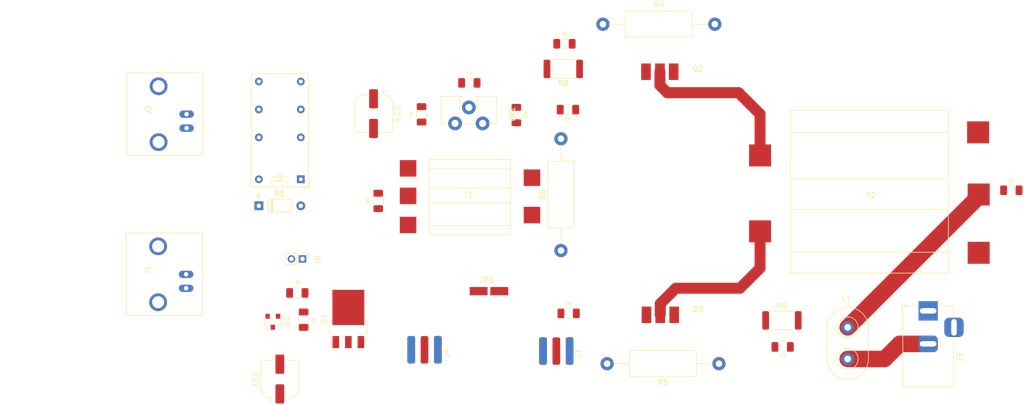
<source format=kicad_pcb>
(kicad_pcb (version 20171130) (host pcbnew 5.1.12-84ad8e8a86~92~ubuntu20.04.1)

  (general
    (thickness 1.6)
    (drawings 0)
    (tracks 15)
    (zones 0)
    (modules 35)
    (nets 24)
  )

  (page A4)
  (layers
    (0 F.Cu signal)
    (31 B.Cu signal)
    (32 B.Adhes user)
    (33 F.Adhes user)
    (34 B.Paste user)
    (35 F.Paste user)
    (36 B.SilkS user)
    (37 F.SilkS user)
    (38 B.Mask user)
    (39 F.Mask user)
    (40 Dwgs.User user)
    (41 Cmts.User user)
    (42 Eco1.User user)
    (43 Eco2.User user)
    (44 Edge.Cuts user)
    (45 Margin user)
    (46 B.CrtYd user)
    (47 F.CrtYd user)
    (48 B.Fab user)
    (49 F.Fab user)
  )

  (setup
    (last_trace_width 2)
    (user_trace_width 1)
    (user_trace_width 2)
    (user_trace_width 3)
    (trace_clearance 0.2)
    (zone_clearance 0.508)
    (zone_45_only no)
    (trace_min 0.2)
    (via_size 0.8)
    (via_drill 0.4)
    (via_min_size 0.4)
    (via_min_drill 0.3)
    (uvia_size 0.3)
    (uvia_drill 0.1)
    (uvias_allowed no)
    (uvia_min_size 0.2)
    (uvia_min_drill 0.1)
    (edge_width 0.05)
    (segment_width 0.2)
    (pcb_text_width 0.3)
    (pcb_text_size 1.5 1.5)
    (mod_edge_width 0.12)
    (mod_text_size 1 1)
    (mod_text_width 0.15)
    (pad_size 1.524 1.524)
    (pad_drill 0.762)
    (pad_to_mask_clearance 0)
    (aux_axis_origin 0 0)
    (visible_elements 7FFFFFFF)
    (pcbplotparams
      (layerselection 0x010fc_ffffffff)
      (usegerberextensions false)
      (usegerberattributes true)
      (usegerberadvancedattributes true)
      (creategerberjobfile true)
      (excludeedgelayer true)
      (linewidth 0.100000)
      (plotframeref false)
      (viasonmask false)
      (mode 1)
      (useauxorigin false)
      (hpglpennumber 1)
      (hpglpenspeed 20)
      (hpglpendiameter 15.000000)
      (psnegative false)
      (psa4output false)
      (plotreference true)
      (plotvalue true)
      (plotinvisibletext false)
      (padsonsilk false)
      (subtractmaskfromsilk false)
      (outputformat 4)
      (mirror false)
      (drillshape 0)
      (scaleselection 1)
      (outputdirectory "/home/xenir/kicad/70W-Amplifier/"))
  )

  (net 0 "")
  (net 1 GND)
  (net 2 "Net-(C1-Pad1)")
  (net 3 "Net-(C2-Pad1)")
  (net 4 BIAS)
  (net 5 "Net-(C4-Pad2)")
  (net 6 "Net-(C4-Pad1)")
  (net 7 "Net-(C5-Pad2)")
  (net 8 "Net-(C5-Pad1)")
  (net 9 TRANSMIT_ON)
  (net 10 +12V)
  (net 11 "Net-(EC2-Pad1)")
  (net 12 "Net-(J3-Pad1)")
  (net 13 LPF)
  (net 14 "Net-(J6-Pad2)")
  (net 15 "Net-(J2-PadS)")
  (net 16 "Net-(K1-Pad11)")
  (net 17 "Net-(J1-PadS)")
  (net 18 "Net-(K1-Pad9)")
  (net 19 "Net-(Q1-Pad1)")
  (net 20 /Q2Drain)
  (net 21 /Q3Drain)
  (net 22 "Net-(C6-Pad2)")
  (net 23 "Net-(C7-Pad2)")

  (net_class Default "This is the default net class."
    (clearance 0.2)
    (trace_width 0.25)
    (via_dia 0.8)
    (via_drill 0.4)
    (uvia_dia 0.3)
    (uvia_drill 0.1)
    (add_net +12V)
    (add_net /Q2Drain)
    (add_net /Q3Drain)
    (add_net BIAS)
    (add_net GND)
    (add_net LPF)
    (add_net "Net-(C1-Pad1)")
    (add_net "Net-(C2-Pad1)")
    (add_net "Net-(C4-Pad1)")
    (add_net "Net-(C4-Pad2)")
    (add_net "Net-(C5-Pad1)")
    (add_net "Net-(C5-Pad2)")
    (add_net "Net-(C6-Pad2)")
    (add_net "Net-(C7-Pad2)")
    (add_net "Net-(EC2-Pad1)")
    (add_net "Net-(J1-PadS)")
    (add_net "Net-(J2-PadS)")
    (add_net "Net-(J3-Pad1)")
    (add_net "Net-(J6-Pad2)")
    (add_net "Net-(K1-Pad11)")
    (add_net "Net-(K1-Pad9)")
    (add_net "Net-(Q1-Pad1)")
    (add_net TRANSMIT_ON)
  )

  (module Resistor_SMD:R_2512_6332Metric (layer F.Cu) (tedit 5F68FEEE) (tstamp 61CFC91C)
    (at 197.358 105.41)
    (descr "Resistor SMD 2512 (6332 Metric), square (rectangular) end terminal, IPC_7351 nominal, (Body size source: IPC-SM-782 page 72, https://www.pcb-3d.com/wordpress/wp-content/uploads/ipc-sm-782a_amendment_1_and_2.pdf), generated with kicad-footprint-generator")
    (tags resistor)
    (path /61E6F0FA)
    (attr smd)
    (fp_text reference R9 (at 0 -2.62) (layer F.SilkS)
      (effects (font (size 1 1) (thickness 0.15)))
    )
    (fp_text value .17 (at 0 2.62) (layer F.Fab)
      (effects (font (size 1 1) (thickness 0.15)))
    )
    (fp_line (start 3.82 1.92) (end -3.82 1.92) (layer F.CrtYd) (width 0.05))
    (fp_line (start 3.82 -1.92) (end 3.82 1.92) (layer F.CrtYd) (width 0.05))
    (fp_line (start -3.82 -1.92) (end 3.82 -1.92) (layer F.CrtYd) (width 0.05))
    (fp_line (start -3.82 1.92) (end -3.82 -1.92) (layer F.CrtYd) (width 0.05))
    (fp_line (start -2.177064 1.71) (end 2.177064 1.71) (layer F.SilkS) (width 0.12))
    (fp_line (start -2.177064 -1.71) (end 2.177064 -1.71) (layer F.SilkS) (width 0.12))
    (fp_line (start 3.15 1.6) (end -3.15 1.6) (layer F.Fab) (width 0.1))
    (fp_line (start 3.15 -1.6) (end 3.15 1.6) (layer F.Fab) (width 0.1))
    (fp_line (start -3.15 -1.6) (end 3.15 -1.6) (layer F.Fab) (width 0.1))
    (fp_line (start -3.15 1.6) (end -3.15 -1.6) (layer F.Fab) (width 0.1))
    (fp_text user %R (at 0 0) (layer F.Fab)
      (effects (font (size 1 1) (thickness 0.15)))
    )
    (pad 2 smd roundrect (at 2.9625 0) (size 1.225 3.35) (layers F.Cu F.Paste F.Mask) (roundrect_rratio 0.204082)
      (net 1 GND))
    (pad 1 smd roundrect (at -2.9625 0) (size 1.225 3.35) (layers F.Cu F.Paste F.Mask) (roundrect_rratio 0.204082)
      (net 23 "Net-(C7-Pad2)"))
    (model ${KISYS3DMOD}/Resistor_SMD.3dshapes/R_2512_6332Metric.wrl
      (at (xyz 0 0 0))
      (scale (xyz 1 1 1))
      (rotate (xyz 0 0 0))
    )
  )

  (module Resistor_SMD:R_2512_6332Metric (layer F.Cu) (tedit 5F68FEEE) (tstamp 61CFC90B)
    (at 157.6485 59.69 180)
    (descr "Resistor SMD 2512 (6332 Metric), square (rectangular) end terminal, IPC_7351 nominal, (Body size source: IPC-SM-782 page 72, https://www.pcb-3d.com/wordpress/wp-content/uploads/ipc-sm-782a_amendment_1_and_2.pdf), generated with kicad-footprint-generator")
    (tags resistor)
    (path /61E660AB)
    (attr smd)
    (fp_text reference R8 (at 0 -2.62) (layer F.SilkS)
      (effects (font (size 1 1) (thickness 0.15)))
    )
    (fp_text value .17 (at 0 2.62) (layer F.Fab)
      (effects (font (size 1 1) (thickness 0.15)))
    )
    (fp_line (start 3.82 1.92) (end -3.82 1.92) (layer F.CrtYd) (width 0.05))
    (fp_line (start 3.82 -1.92) (end 3.82 1.92) (layer F.CrtYd) (width 0.05))
    (fp_line (start -3.82 -1.92) (end 3.82 -1.92) (layer F.CrtYd) (width 0.05))
    (fp_line (start -3.82 1.92) (end -3.82 -1.92) (layer F.CrtYd) (width 0.05))
    (fp_line (start -2.177064 1.71) (end 2.177064 1.71) (layer F.SilkS) (width 0.12))
    (fp_line (start -2.177064 -1.71) (end 2.177064 -1.71) (layer F.SilkS) (width 0.12))
    (fp_line (start 3.15 1.6) (end -3.15 1.6) (layer F.Fab) (width 0.1))
    (fp_line (start 3.15 -1.6) (end 3.15 1.6) (layer F.Fab) (width 0.1))
    (fp_line (start -3.15 -1.6) (end 3.15 -1.6) (layer F.Fab) (width 0.1))
    (fp_line (start -3.15 1.6) (end -3.15 -1.6) (layer F.Fab) (width 0.1))
    (fp_text user %R (at 0 0) (layer F.Fab)
      (effects (font (size 1 1) (thickness 0.15)))
    )
    (pad 2 smd roundrect (at 2.9625 0 180) (size 1.225 3.35) (layers F.Cu F.Paste F.Mask) (roundrect_rratio 0.204082)
      (net 1 GND))
    (pad 1 smd roundrect (at -2.9625 0 180) (size 1.225 3.35) (layers F.Cu F.Paste F.Mask) (roundrect_rratio 0.204082)
      (net 22 "Net-(C6-Pad2)"))
    (model ${KISYS3DMOD}/Resistor_SMD.3dshapes/R_2512_6332Metric.wrl
      (at (xyz 0 0 0))
      (scale (xyz 1 1 1))
      (rotate (xyz 0 0 0))
    )
  )

  (module "Xenir:Capacitor 1206" (layer F.Cu) (tedit 5EAEEA25) (tstamp 61CFC552)
    (at 197.482 112.486 180)
    (path /61E706E7)
    (fp_text reference C7 (at 0 0.5) (layer F.SilkS)
      (effects (font (size 0.5 0.5) (thickness 0.125)))
    )
    (fp_text value .2uF (at 0.5 4) (layer F.Fab)
      (effects (font (size 0.5 0.5) (thickness 0.125)))
    )
    (fp_line (start -1.6 3.05) (end -1.6 1.45) (layer F.Fab) (width 0.1))
    (fp_line (start 2.28 1.13) (end 2.28 3.37) (layer F.CrtYd) (width 0.05))
    (fp_line (start -1.6 1.45) (end 1.6 1.45) (layer F.Fab) (width 0.1))
    (fp_line (start -2.28 3.37) (end -2.28 1.13) (layer F.CrtYd) (width 0.05))
    (fp_line (start -0.602064 1.34) (end 0.602064 1.34) (layer F.SilkS) (width 0.12))
    (fp_line (start -0.602064 3.16) (end 0.602064 3.16) (layer F.SilkS) (width 0.12))
    (fp_line (start -2.28 1.13) (end 2.28 1.13) (layer F.CrtYd) (width 0.05))
    (fp_line (start 2.28 3.37) (end -2.28 3.37) (layer F.CrtYd) (width 0.05))
    (fp_line (start 1.6 3.05) (end -1.6 3.05) (layer F.Fab) (width 0.1))
    (fp_line (start 1.6 1.45) (end 1.6 3.05) (layer F.Fab) (width 0.1))
    (fp_text user %R (at 0 2.25) (layer F.Fab)
      (effects (font (size 0.8 0.8) (thickness 0.12)))
    )
    (pad 2 smd roundrect (at 1.4 2.25 180) (size 1.25 1.75) (layers F.Cu F.Paste F.Mask) (roundrect_rratio 0.2)
      (net 23 "Net-(C7-Pad2)"))
    (pad 1 smd roundrect (at -1.4 2.25 180) (size 1.25 1.75) (layers F.Cu F.Paste F.Mask) (roundrect_rratio 0.2)
      (net 1 GND))
  )

  (module "Xenir:Capacitor 1206" (layer F.Cu) (tedit 5EAEEA25) (tstamp 61CFC541)
    (at 157.858 52.868)
    (path /61E6FCAB)
    (fp_text reference C6 (at 0 0.5) (layer F.SilkS)
      (effects (font (size 0.5 0.5) (thickness 0.125)))
    )
    (fp_text value .2uF (at 0.5 4) (layer F.Fab)
      (effects (font (size 0.5 0.5) (thickness 0.125)))
    )
    (fp_line (start -1.6 3.05) (end -1.6 1.45) (layer F.Fab) (width 0.1))
    (fp_line (start 2.28 1.13) (end 2.28 3.37) (layer F.CrtYd) (width 0.05))
    (fp_line (start -1.6 1.45) (end 1.6 1.45) (layer F.Fab) (width 0.1))
    (fp_line (start -2.28 3.37) (end -2.28 1.13) (layer F.CrtYd) (width 0.05))
    (fp_line (start -0.602064 1.34) (end 0.602064 1.34) (layer F.SilkS) (width 0.12))
    (fp_line (start -0.602064 3.16) (end 0.602064 3.16) (layer F.SilkS) (width 0.12))
    (fp_line (start -2.28 1.13) (end 2.28 1.13) (layer F.CrtYd) (width 0.05))
    (fp_line (start 2.28 3.37) (end -2.28 3.37) (layer F.CrtYd) (width 0.05))
    (fp_line (start 1.6 3.05) (end -1.6 3.05) (layer F.Fab) (width 0.1))
    (fp_line (start 1.6 1.45) (end 1.6 3.05) (layer F.Fab) (width 0.1))
    (fp_text user %R (at 0 2.25) (layer F.Fab)
      (effects (font (size 0.8 0.8) (thickness 0.12)))
    )
    (pad 2 smd roundrect (at 1.4 2.25) (size 1.25 1.75) (layers F.Cu F.Paste F.Mask) (roundrect_rratio 0.2)
      (net 22 "Net-(C6-Pad2)"))
    (pad 1 smd roundrect (at -1.4 2.25) (size 1.25 1.75) (layers F.Cu F.Paste F.Mask) (roundrect_rratio 0.2)
      (net 1 GND))
  )

  (module Xenir:TO-220-Horizontal (layer F.Cu) (tedit 61CF5253) (tstamp 61CFB691)
    (at 175.45304 98.43918)
    (path /61CD4539)
    (fp_text reference Q3 (at 6.66496 4.93882) (layer F.SilkS)
      (effects (font (size 1 1) (thickness 0.15)))
    )
    (fp_text value IRF530 (at 8.18896 6.71682) (layer F.Fab)
      (effects (font (size 1 1) (thickness 0.15)))
    )
    (fp_line (start -5.35686 9.24814) (end -5.35686 2.6616) (layer F.CrtYd) (width 0.05))
    (fp_line (start -5.36956 2.64414) (end 5.13044 2.64414) (layer F.CrtYd) (width 0.05))
    (fp_line (start 5.11538 9.24084) (end 5.11538 2.6543) (layer F.CrtYd) (width 0.05))
    (fp_line (start -5.38462 9.24084) (end 5.11538 9.24084) (layer F.CrtYd) (width 0.05))
    (pad 3 smd rect (at 2.3368 5.95482) (size 1.75 3) (layers F.Cu F.Paste F.Mask)
      (net 23 "Net-(C7-Pad2)"))
    (pad 2 smd rect (at -0.19304 5.95482) (size 1.75 3) (layers F.Cu F.Paste F.Mask)
      (net 21 /Q3Drain))
    (pad 1 smd rect (at -2.68986 5.95482) (size 1.75 3) (layers F.Cu F.Paste F.Mask)
      (net 8 "Net-(C5-Pad1)"))
    (model ${KISYS3DMOD}/Package_TO_SOT_THT.3dshapes/TO-220-3_Horizontal_TabDown.wrl
      (offset (xyz -2.575 -6 0))
      (scale (xyz 1 1 1))
      (rotate (xyz 0 0 0))
    )
  )

  (module Xenir:TO-220-Horizontal (layer F.Cu) (tedit 61CF5253) (tstamp 61CFB686)
    (at 175.006 66.15282 180)
    (path /61CD37AD)
    (fp_text reference Q2 (at -7.112 6.46282) (layer F.SilkS)
      (effects (font (size 1 1) (thickness 0.15)))
    )
    (fp_text value IRF530 (at -8.382 4.68482) (layer F.Fab)
      (effects (font (size 1 1) (thickness 0.15)))
    )
    (fp_line (start -5.35686 9.24814) (end -5.35686 2.6616) (layer F.CrtYd) (width 0.05))
    (fp_line (start -5.36956 2.64414) (end 5.13044 2.64414) (layer F.CrtYd) (width 0.05))
    (fp_line (start 5.11538 9.24084) (end 5.11538 2.6543) (layer F.CrtYd) (width 0.05))
    (fp_line (start -5.38462 9.24084) (end 5.11538 9.24084) (layer F.CrtYd) (width 0.05))
    (pad 3 smd rect (at 2.3368 5.95482 180) (size 1.75 3) (layers F.Cu F.Paste F.Mask)
      (net 22 "Net-(C6-Pad2)"))
    (pad 2 smd rect (at -0.19304 5.95482 180) (size 1.75 3) (layers F.Cu F.Paste F.Mask)
      (net 20 /Q2Drain))
    (pad 1 smd rect (at -2.68986 5.95482 180) (size 1.75 3) (layers F.Cu F.Paste F.Mask)
      (net 5 "Net-(C4-Pad2)"))
    (model ${KISYS3DMOD}/Package_TO_SOT_THT.3dshapes/TO-220-3_Horizontal_TabDown.wrl
      (offset (xyz -2.575 -6 0))
      (scale (xyz 1 1 1))
      (rotate (xyz 0 0 0))
    )
  )

  (module Resistor_THT:R_Axial_DIN0414_L11.9mm_D4.5mm_P20.32mm_Horizontal (layer F.Cu) (tedit 5AE5139B) (tstamp 61CF83D5)
    (at 157.226 92.71 90)
    (descr "Resistor, Axial_DIN0414 series, Axial, Horizontal, pin pitch=20.32mm, 2W, length*diameter=11.9*4.5mm^2, http://www.vishay.com/docs/20128/wkxwrx.pdf")
    (tags "Resistor Axial_DIN0414 series Axial Horizontal pin pitch 20.32mm 2W length 11.9mm diameter 4.5mm")
    (path /61C90F87)
    (fp_text reference R6 (at 10.16 -3.37 90) (layer F.SilkS)
      (effects (font (size 1 1) (thickness 0.15)))
    )
    (fp_text value "Varies According to Band" (at 10.16 3.37 90) (layer F.Fab)
      (effects (font (size 1 1) (thickness 0.15)))
    )
    (fp_line (start 21.77 -2.5) (end -1.45 -2.5) (layer F.CrtYd) (width 0.05))
    (fp_line (start 21.77 2.5) (end 21.77 -2.5) (layer F.CrtYd) (width 0.05))
    (fp_line (start -1.45 2.5) (end 21.77 2.5) (layer F.CrtYd) (width 0.05))
    (fp_line (start -1.45 -2.5) (end -1.45 2.5) (layer F.CrtYd) (width 0.05))
    (fp_line (start 18.88 0) (end 16.23 0) (layer F.SilkS) (width 0.12))
    (fp_line (start 1.44 0) (end 4.09 0) (layer F.SilkS) (width 0.12))
    (fp_line (start 16.23 -2.37) (end 4.09 -2.37) (layer F.SilkS) (width 0.12))
    (fp_line (start 16.23 2.37) (end 16.23 -2.37) (layer F.SilkS) (width 0.12))
    (fp_line (start 4.09 2.37) (end 16.23 2.37) (layer F.SilkS) (width 0.12))
    (fp_line (start 4.09 -2.37) (end 4.09 2.37) (layer F.SilkS) (width 0.12))
    (fp_line (start 20.32 0) (end 16.11 0) (layer F.Fab) (width 0.1))
    (fp_line (start 0 0) (end 4.21 0) (layer F.Fab) (width 0.1))
    (fp_line (start 16.11 -2.25) (end 4.21 -2.25) (layer F.Fab) (width 0.1))
    (fp_line (start 16.11 2.25) (end 16.11 -2.25) (layer F.Fab) (width 0.1))
    (fp_line (start 4.21 2.25) (end 16.11 2.25) (layer F.Fab) (width 0.1))
    (fp_line (start 4.21 -2.25) (end 4.21 2.25) (layer F.Fab) (width 0.1))
    (fp_text user %R (at 10.16 0 90) (layer F.Fab)
      (effects (font (size 1 1) (thickness 0.15)))
    )
    (pad 2 thru_hole oval (at 20.32 0 90) (size 2.4 2.4) (drill 1.2) (layers *.Cu *.Mask)
      (net 5 "Net-(C4-Pad2)"))
    (pad 1 thru_hole circle (at 0 0 90) (size 2.4 2.4) (drill 1.2) (layers *.Cu *.Mask)
      (net 8 "Net-(C5-Pad1)"))
    (model ${KISYS3DMOD}/Resistor_THT.3dshapes/R_Axial_DIN0414_L11.9mm_D4.5mm_P20.32mm_Horizontal.wrl
      (at (xyz 0 0 0))
      (scale (xyz 1 1 1))
      (rotate (xyz 0 0 0))
    )
  )

  (module Resistor_THT:R_Axial_DIN0414_L11.9mm_D4.5mm_P20.32mm_Horizontal (layer F.Cu) (tedit 5AE5139B) (tstamp 61CF83BE)
    (at 185.928 113.284 180)
    (descr "Resistor, Axial_DIN0414 series, Axial, Horizontal, pin pitch=20.32mm, 2W, length*diameter=11.9*4.5mm^2, http://www.vishay.com/docs/20128/wkxwrx.pdf")
    (tags "Resistor Axial_DIN0414 series Axial Horizontal pin pitch 20.32mm 2W length 11.9mm diameter 4.5mm")
    (path /61CDFD89)
    (fp_text reference R5 (at 10.16 -3.37) (layer F.SilkS)
      (effects (font (size 1 1) (thickness 0.15)))
    )
    (fp_text value 100 (at 6.604 0) (layer F.Fab)
      (effects (font (size 1 1) (thickness 0.15)))
    )
    (fp_line (start 21.77 -2.5) (end -1.45 -2.5) (layer F.CrtYd) (width 0.05))
    (fp_line (start 21.77 2.5) (end 21.77 -2.5) (layer F.CrtYd) (width 0.05))
    (fp_line (start -1.45 2.5) (end 21.77 2.5) (layer F.CrtYd) (width 0.05))
    (fp_line (start -1.45 -2.5) (end -1.45 2.5) (layer F.CrtYd) (width 0.05))
    (fp_line (start 18.88 0) (end 16.23 0) (layer F.SilkS) (width 0.12))
    (fp_line (start 1.44 0) (end 4.09 0) (layer F.SilkS) (width 0.12))
    (fp_line (start 16.23 -2.37) (end 4.09 -2.37) (layer F.SilkS) (width 0.12))
    (fp_line (start 16.23 2.37) (end 16.23 -2.37) (layer F.SilkS) (width 0.12))
    (fp_line (start 4.09 2.37) (end 16.23 2.37) (layer F.SilkS) (width 0.12))
    (fp_line (start 4.09 -2.37) (end 4.09 2.37) (layer F.SilkS) (width 0.12))
    (fp_line (start 20.32 0) (end 16.11 0) (layer F.Fab) (width 0.1))
    (fp_line (start 0 0) (end 4.21 0) (layer F.Fab) (width 0.1))
    (fp_line (start 16.11 -2.25) (end 4.21 -2.25) (layer F.Fab) (width 0.1))
    (fp_line (start 16.11 2.25) (end 16.11 -2.25) (layer F.Fab) (width 0.1))
    (fp_line (start 4.21 2.25) (end 16.11 2.25) (layer F.Fab) (width 0.1))
    (fp_line (start 4.21 -2.25) (end 4.21 2.25) (layer F.Fab) (width 0.1))
    (fp_text user %R (at 10.16 0) (layer F.Fab)
      (effects (font (size 1 1) (thickness 0.15)))
    )
    (pad 2 thru_hole oval (at 20.32 0 180) (size 2.4 2.4) (drill 1.2) (layers *.Cu *.Mask)
      (net 7 "Net-(C5-Pad2)"))
    (pad 1 thru_hole circle (at 0 0 180) (size 2.4 2.4) (drill 1.2) (layers *.Cu *.Mask)
      (net 21 /Q3Drain))
    (model ${KISYS3DMOD}/Resistor_THT.3dshapes/R_Axial_DIN0414_L11.9mm_D4.5mm_P20.32mm_Horizontal.wrl
      (at (xyz 0 0 0))
      (scale (xyz 1 1 1))
      (rotate (xyz 0 0 0))
    )
  )

  (module Resistor_THT:R_Axial_DIN0414_L11.9mm_D4.5mm_P20.32mm_Horizontal (layer F.Cu) (tedit 5AE5139B) (tstamp 61CF83A7)
    (at 185.166 51.562 180)
    (descr "Resistor, Axial_DIN0414 series, Axial, Horizontal, pin pitch=20.32mm, 2W, length*diameter=11.9*4.5mm^2, http://www.vishay.com/docs/20128/wkxwrx.pdf")
    (tags "Resistor Axial_DIN0414 series Axial Horizontal pin pitch 20.32mm 2W length 11.9mm diameter 4.5mm")
    (path /61CDA054)
    (fp_text reference R4 (at 10.16 3.556) (layer F.SilkS)
      (effects (font (size 1 1) (thickness 0.15)))
    )
    (fp_text value 100 (at 6.858 0) (layer F.Fab)
      (effects (font (size 1 1) (thickness 0.15)))
    )
    (fp_line (start 21.77 -2.5) (end -1.45 -2.5) (layer F.CrtYd) (width 0.05))
    (fp_line (start 21.77 2.5) (end 21.77 -2.5) (layer F.CrtYd) (width 0.05))
    (fp_line (start -1.45 2.5) (end 21.77 2.5) (layer F.CrtYd) (width 0.05))
    (fp_line (start -1.45 -2.5) (end -1.45 2.5) (layer F.CrtYd) (width 0.05))
    (fp_line (start 18.88 0) (end 16.23 0) (layer F.SilkS) (width 0.12))
    (fp_line (start 1.44 0) (end 4.09 0) (layer F.SilkS) (width 0.12))
    (fp_line (start 16.23 -2.37) (end 4.09 -2.37) (layer F.SilkS) (width 0.12))
    (fp_line (start 16.23 2.37) (end 16.23 -2.37) (layer F.SilkS) (width 0.12))
    (fp_line (start 4.09 2.37) (end 16.23 2.37) (layer F.SilkS) (width 0.12))
    (fp_line (start 4.09 -2.37) (end 4.09 2.37) (layer F.SilkS) (width 0.12))
    (fp_line (start 20.32 0) (end 16.11 0) (layer F.Fab) (width 0.1))
    (fp_line (start 0 0) (end 4.21 0) (layer F.Fab) (width 0.1))
    (fp_line (start 16.11 -2.25) (end 4.21 -2.25) (layer F.Fab) (width 0.1))
    (fp_line (start 16.11 2.25) (end 16.11 -2.25) (layer F.Fab) (width 0.1))
    (fp_line (start 4.21 2.25) (end 16.11 2.25) (layer F.Fab) (width 0.1))
    (fp_line (start 4.21 -2.25) (end 4.21 2.25) (layer F.Fab) (width 0.1))
    (fp_text user %R (at 10.16 0) (layer F.Fab)
      (effects (font (size 1 1) (thickness 0.15)))
    )
    (pad 2 thru_hole oval (at 20.32 0 180) (size 2.4 2.4) (drill 1.2) (layers *.Cu *.Mask)
      (net 6 "Net-(C4-Pad1)"))
    (pad 1 thru_hole circle (at 0 0 180) (size 2.4 2.4) (drill 1.2) (layers *.Cu *.Mask)
      (net 20 /Q2Drain))
    (model ${KISYS3DMOD}/Resistor_THT.3dshapes/R_Axial_DIN0414_L11.9mm_D4.5mm_P20.32mm_Horizontal.wrl
      (at (xyz 0 0 0))
      (scale (xyz 1 1 1))
      (rotate (xyz 0 0 0))
    )
  )

  (module Connector_BarrelJack:BarrelJack_Horizontal (layer F.Cu) (tedit 5A1DBF6A) (tstamp 61CF5312)
    (at 223.9 103.68 90)
    (descr "DC Barrel Jack")
    (tags "Power Jack")
    (path /61C50CA7)
    (fp_text reference J5 (at -8.45 5.75 90) (layer F.SilkS)
      (effects (font (size 1 1) (thickness 0.15)))
    )
    (fp_text value "13.8V Input" (at -6.2 -5.5 90) (layer F.Fab)
      (effects (font (size 1 1) (thickness 0.15)))
    )
    (fp_line (start 0 -4.5) (end -13.7 -4.5) (layer F.Fab) (width 0.1))
    (fp_line (start 0.8 4.5) (end 0.8 -3.75) (layer F.Fab) (width 0.1))
    (fp_line (start -13.7 4.5) (end 0.8 4.5) (layer F.Fab) (width 0.1))
    (fp_line (start -13.7 -4.5) (end -13.7 4.5) (layer F.Fab) (width 0.1))
    (fp_line (start -10.2 -4.5) (end -10.2 4.5) (layer F.Fab) (width 0.1))
    (fp_line (start 0.9 -4.6) (end 0.9 -2) (layer F.SilkS) (width 0.12))
    (fp_line (start -13.8 -4.6) (end 0.9 -4.6) (layer F.SilkS) (width 0.12))
    (fp_line (start 0.9 4.6) (end -1 4.6) (layer F.SilkS) (width 0.12))
    (fp_line (start 0.9 1.9) (end 0.9 4.6) (layer F.SilkS) (width 0.12))
    (fp_line (start -13.8 4.6) (end -13.8 -4.6) (layer F.SilkS) (width 0.12))
    (fp_line (start -5 4.6) (end -13.8 4.6) (layer F.SilkS) (width 0.12))
    (fp_line (start -14 4.75) (end -14 -4.75) (layer F.CrtYd) (width 0.05))
    (fp_line (start -5 4.75) (end -14 4.75) (layer F.CrtYd) (width 0.05))
    (fp_line (start -5 6.75) (end -5 4.75) (layer F.CrtYd) (width 0.05))
    (fp_line (start -1 6.75) (end -5 6.75) (layer F.CrtYd) (width 0.05))
    (fp_line (start -1 4.75) (end -1 6.75) (layer F.CrtYd) (width 0.05))
    (fp_line (start 1 4.75) (end -1 4.75) (layer F.CrtYd) (width 0.05))
    (fp_line (start 1 2) (end 1 4.75) (layer F.CrtYd) (width 0.05))
    (fp_line (start 2 2) (end 1 2) (layer F.CrtYd) (width 0.05))
    (fp_line (start 2 -2) (end 2 2) (layer F.CrtYd) (width 0.05))
    (fp_line (start 1 -2) (end 2 -2) (layer F.CrtYd) (width 0.05))
    (fp_line (start 1 -4.5) (end 1 -2) (layer F.CrtYd) (width 0.05))
    (fp_line (start 1 -4.75) (end -14 -4.75) (layer F.CrtYd) (width 0.05))
    (fp_line (start 1 -4.5) (end 1 -4.75) (layer F.CrtYd) (width 0.05))
    (fp_line (start 0.05 -4.8) (end 1.1 -4.8) (layer F.SilkS) (width 0.12))
    (fp_line (start 1.1 -3.75) (end 1.1 -4.8) (layer F.SilkS) (width 0.12))
    (fp_line (start -0.003213 -4.505425) (end 0.8 -3.75) (layer F.Fab) (width 0.1))
    (fp_text user %R (at -3 -2.95 90) (layer F.Fab)
      (effects (font (size 1 1) (thickness 0.15)))
    )
    (pad 3 thru_hole roundrect (at -3 4.7 90) (size 3.5 3.5) (drill oval 3 1) (layers *.Cu *.Mask) (roundrect_rratio 0.25))
    (pad 2 thru_hole roundrect (at -6 0 90) (size 3 3.5) (drill oval 1 3) (layers *.Cu *.Mask) (roundrect_rratio 0.25)
      (net 10 +12V))
    (pad 1 thru_hole rect (at 0 0 90) (size 3.5 3.5) (drill oval 1 3) (layers *.Cu *.Mask)
      (net 1 GND))
    (model ${KISYS3DMOD}/Connector_BarrelJack.3dshapes/BarrelJack_Horizontal.wrl
      (at (xyz 0 0 0))
      (scale (xyz 1 1 1))
      (rotate (xyz 0 0 0))
    )
  )

  (module Xenir:Ferrite-Tube-Splitter-SMD (layer F.Cu) (tedit 61CCD3DF) (tstamp 61CD9F5D)
    (at 214.884 99.822 180)
    (path /61CFF29A)
    (fp_text reference T2 (at 1.3 17.1) (layer F.SilkS)
      (effects (font (size 1 1) (thickness 0.15)))
    )
    (fp_text value "Ferrite 1T:3T" (at 0.762 22.352) (layer F.Fab)
      (effects (font (size 1 1) (thickness 0.15)))
    )
    (fp_line (start -12.7 28.6) (end 16 28.6) (layer F.SilkS) (width 0.12))
    (fp_line (start -12.7 20.1) (end 16 20.1) (layer F.SilkS) (width 0.12))
    (fp_line (start -12.7 14.6) (end 16 14.6) (layer F.SilkS) (width 0.12))
    (fp_line (start -12.7 6.8) (end 16 6.8) (layer F.SilkS) (width 0.12))
    (fp_line (start -12.7 32.6) (end -12.7 3) (layer F.SilkS) (width 0.12))
    (fp_line (start 16 32.6) (end -12.7 32.6) (layer F.SilkS) (width 0.12))
    (fp_line (start 16 3) (end 16 32.6) (layer F.SilkS) (width 0.12))
    (fp_line (start -12.7 3) (end 16 3) (layer F.SilkS) (width 0.12))
    (fp_line (start -12.4 20.3) (end 15.6 20.3) (layer F.Fab) (width 0.12))
    (fp_line (start -12.4 14.4) (end 15.6 14.4) (layer F.Fab) (width 0.12))
    (fp_line (start -12.3 28.8) (end 15.7 28.8) (layer F.Fab) (width 0.12))
    (fp_line (start -12.4 6.6) (end 15.6 6.6) (layer F.Fab) (width 0.12))
    (fp_line (start -12.4 32.3) (end 15.6 32.3) (layer F.Fab) (width 0.12))
    (fp_line (start 15.6 3.3) (end 15.6 32.3) (layer F.Fab) (width 0.12))
    (fp_line (start -12.4 3.3) (end -12.4 32.3) (layer F.Fab) (width 0.12))
    (fp_line (start -12.4 3.3) (end 15.6 3.3) (layer F.Fab) (width 0.12))
    (pad 5 smd rect (at 21.5 24.4 180) (size 4 4) (layers F.Cu F.Paste F.Mask)
      (net 20 /Q2Drain))
    (pad 3 smd rect (at 21.5 10.6 180) (size 4 4) (layers F.Cu F.Paste F.Mask)
      (net 21 /Q3Drain))
    (pad 2 smd rect (at -18.1 28.6 180) (size 4 4) (layers F.Cu F.Paste F.Mask)
      (net 12 "Net-(J3-Pad1)"))
    (pad 4 smd rect (at -18.2 17.3 180) (size 4 4) (layers F.Cu F.Paste F.Mask)
      (net 2 "Net-(C1-Pad1)"))
    (pad 1 smd rect (at -18.2 6.7 180) (size 4 4) (layers F.Cu F.Paste F.Mask)
      (net 1 GND))
  )

  (module Xenir:PCB-SMA-EDGE (layer F.Cu) (tedit 612A89A8) (tstamp 61CD8DDA)
    (at 137.60704 110.76686 270)
    (path /61CF9C6B)
    (fp_text reference J4 (at 0.5588 1.15316 90) (layer F.SilkS)
      (effects (font (size 1 1) (thickness 0.15)))
    )
    (fp_text value LPF_OUT (at -4.65836 5.10032) (layer F.Fab)
      (effects (font (size 1 1) (thickness 0.15)))
    )
    (fp_line (start -3.5687 2.2225) (end -3.5687 8.1025) (layer F.CrtYd) (width 0.05))
    (fp_line (start 2.77114 8.11022) (end -3.57886 8.11022) (layer F.CrtYd) (width 0.05))
    (fp_line (start 2.7686 2.22758) (end -3.5814 2.22758) (layer F.CrtYd) (width 0.05))
    (fp_line (start 2.7686 2.22758) (end 2.7686 8.10758) (layer F.CrtYd) (width 0.05))
    (fp_text user %R (at 0.67564 9.13638 90) (layer F.Fab)
      (effects (font (size 0.98 0.98) (thickness 0.15)))
    )
    (pad 2 smd roundrect (at -0.02286 7.55904 270) (size 5 1.4) (layers B.Cu F.Paste F.Mask) (roundrect_rratio 0.25)
      (net 1 GND))
    (pad 2 smd roundrect (at -0.01524 2.7305 270) (size 5 1.4) (layers B.Cu F.Paste F.Mask) (roundrect_rratio 0.25)
      (net 1 GND))
    (pad 2 smd roundrect (at -0.01016 7.57936 270) (size 5 1.4) (layers F.Cu F.Paste F.Mask) (roundrect_rratio 0.25)
      (net 1 GND))
    (pad 2 smd roundrect (at -0.02794 2.73812 270) (size 5 1.4) (layers F.Cu F.Paste F.Mask) (roundrect_rratio 0.25)
      (net 1 GND))
    (pad 1 smd roundrect (at -0.01016 5.15874 270) (size 5 1.4) (layers F.Cu F.Paste F.Mask) (roundrect_rratio 0.25)
      (net 13 LPF))
  )

  (module Xenir:PCB-SMA-EDGE (layer F.Cu) (tedit 612A89A8) (tstamp 61CD8DCC)
    (at 161.544 110.998 270)
    (path /61CF5952)
    (fp_text reference J3 (at 0.5588 1.15316 90) (layer F.SilkS)
      (effects (font (size 1 1) (thickness 0.15)))
    )
    (fp_text value LPF_IN (at -4.65836 5.10032) (layer F.Fab)
      (effects (font (size 1 1) (thickness 0.15)))
    )
    (fp_line (start -3.5687 2.2225) (end -3.5687 8.1025) (layer F.CrtYd) (width 0.05))
    (fp_line (start 2.77114 8.11022) (end -3.57886 8.11022) (layer F.CrtYd) (width 0.05))
    (fp_line (start 2.7686 2.22758) (end -3.5814 2.22758) (layer F.CrtYd) (width 0.05))
    (fp_line (start 2.7686 2.22758) (end 2.7686 8.10758) (layer F.CrtYd) (width 0.05))
    (fp_text user %R (at 0.67564 9.13638 90) (layer F.Fab)
      (effects (font (size 0.98 0.98) (thickness 0.15)))
    )
    (pad 2 smd roundrect (at -0.02286 7.55904 270) (size 5 1.4) (layers B.Cu F.Paste F.Mask) (roundrect_rratio 0.25)
      (net 1 GND))
    (pad 2 smd roundrect (at -0.01524 2.7305 270) (size 5 1.4) (layers B.Cu F.Paste F.Mask) (roundrect_rratio 0.25)
      (net 1 GND))
    (pad 2 smd roundrect (at -0.01016 7.57936 270) (size 5 1.4) (layers F.Cu F.Paste F.Mask) (roundrect_rratio 0.25)
      (net 1 GND))
    (pad 2 smd roundrect (at -0.02794 2.73812 270) (size 5 1.4) (layers F.Cu F.Paste F.Mask) (roundrect_rratio 0.25)
      (net 1 GND))
    (pad 1 smd roundrect (at -0.01016 5.15874 270) (size 5 1.4) (layers F.Cu F.Paste F.Mask) (roundrect_rratio 0.25)
      (net 12 "Net-(J3-Pad1)"))
  )

  (module Package_TO_SOT_SMD:SOT-23 (layer F.Cu) (tedit 5A02FF57) (tstamp 61CD84F3)
    (at 104.902 105.664 270)
    (descr "SOT-23, Standard")
    (tags SOT-23)
    (path /61CF1527)
    (attr smd)
    (fp_text reference Q1 (at 0 -2.5 90) (layer F.SilkS)
      (effects (font (size 1 1) (thickness 0.15)))
    )
    (fp_text value 2N3906-SMD (at 0 2.5 90) (layer F.Fab)
      (effects (font (size 1 1) (thickness 0.15)))
    )
    (fp_line (start 0.76 1.58) (end -0.7 1.58) (layer F.SilkS) (width 0.12))
    (fp_line (start 0.76 -1.58) (end -1.4 -1.58) (layer F.SilkS) (width 0.12))
    (fp_line (start -1.7 1.75) (end -1.7 -1.75) (layer F.CrtYd) (width 0.05))
    (fp_line (start 1.7 1.75) (end -1.7 1.75) (layer F.CrtYd) (width 0.05))
    (fp_line (start 1.7 -1.75) (end 1.7 1.75) (layer F.CrtYd) (width 0.05))
    (fp_line (start -1.7 -1.75) (end 1.7 -1.75) (layer F.CrtYd) (width 0.05))
    (fp_line (start 0.76 -1.58) (end 0.76 -0.65) (layer F.SilkS) (width 0.12))
    (fp_line (start 0.76 1.58) (end 0.76 0.65) (layer F.SilkS) (width 0.12))
    (fp_line (start -0.7 1.52) (end 0.7 1.52) (layer F.Fab) (width 0.1))
    (fp_line (start 0.7 -1.52) (end 0.7 1.52) (layer F.Fab) (width 0.1))
    (fp_line (start -0.7 -0.95) (end -0.15 -1.52) (layer F.Fab) (width 0.1))
    (fp_line (start -0.15 -1.52) (end 0.7 -1.52) (layer F.Fab) (width 0.1))
    (fp_line (start -0.7 -0.95) (end -0.7 1.5) (layer F.Fab) (width 0.1))
    (fp_text user %R (at 0 0) (layer F.Fab)
      (effects (font (size 0.5 0.5) (thickness 0.075)))
    )
    (pad 3 smd rect (at 1 0 270) (size 0.9 0.8) (layers F.Cu F.Paste F.Mask)
      (net 10 +12V))
    (pad 2 smd rect (at -1 0.95 270) (size 0.9 0.8) (layers F.Cu F.Paste F.Mask)
      (net 9 TRANSMIT_ON))
    (pad 1 smd rect (at -1 -0.95 270) (size 0.9 0.8) (layers F.Cu F.Paste F.Mask)
      (net 19 "Net-(Q1-Pad1)"))
    (model ${KISYS3DMOD}/Package_TO_SOT_SMD.3dshapes/SOT-23.wrl
      (at (xyz 0 0 0))
      (scale (xyz 1 1 1))
      (rotate (xyz 0 0 0))
    )
  )

  (module Xenir:BN-43-202-Splitter-SMD (layer F.Cu) (tedit 61CCCB95) (tstamp 61CD72F6)
    (at 140.462 70.866)
    (path /61CE4121)
    (fp_text reference T1 (at 0 11.684) (layer F.SilkS)
      (effects (font (size 1 1) (thickness 0.15)))
    )
    (fp_text value "BN-43-202 1T:2T" (at 0.254 8.89) (layer F.Fab)
      (effects (font (size 1 1) (thickness 0.15)))
    )
    (fp_line (start -7.3 17.3) (end 7.6 17.3) (layer F.SilkS) (width 0.12))
    (fp_line (start -7.2 13.2) (end 7.6 13.2) (layer F.SilkS) (width 0.12))
    (fp_line (start -7.2 10.5) (end 7.6 10.5) (layer F.SilkS) (width 0.12))
    (fp_line (start -7.2 7) (end 7.6 7) (layer F.SilkS) (width 0.12))
    (fp_line (start -7.2 19) (end -7.2 5.3) (layer F.SilkS) (width 0.12))
    (fp_line (start 7.6 19) (end -7.2 19) (layer F.SilkS) (width 0.12))
    (fp_line (start 7.6 5.3) (end 7.6 19) (layer F.SilkS) (width 0.12))
    (fp_line (start -7.2 5.3) (end 7.6 5.3) (layer F.SilkS) (width 0.12))
    (fp_line (start -7 17.4) (end 7.35 17.4) (layer F.Fab) (width 0.12))
    (fp_line (start -7 6.9) (end 7.35 6.9) (layer F.Fab) (width 0.12))
    (fp_line (start -7 10.4) (end 7.35 10.4) (layer F.Fab) (width 0.12))
    (fp_line (start -7 13.3) (end 7.35 13.3) (layer F.Fab) (width 0.12))
    (fp_line (start -7 18.8) (end 7.35 18.8) (layer F.Fab) (width 0.12))
    (fp_line (start 7.35 5.5) (end 7.35 18.8) (layer F.Fab) (width 0.12))
    (fp_line (start -7 5.5) (end -7 18.8) (layer F.Fab) (width 0.12))
    (fp_line (start -7 5.5) (end 7.35 5.5) (layer F.Fab) (width 0.12))
    (pad 5 smd rect (at 11.5 15.4) (size 3 3) (layers F.Cu F.Paste F.Mask)
      (net 8 "Net-(C5-Pad1)"))
    (pad 3 smd rect (at 11.5 8.6) (size 3 3) (layers F.Cu F.Paste F.Mask)
      (net 5 "Net-(C4-Pad2)"))
    (pad 4 smd rect (at -11 11.9) (size 3 3) (layers F.Cu F.Paste F.Mask)
      (net 4 BIAS))
    (pad 2 smd rect (at -11 17.2) (size 3 3) (layers F.Cu F.Paste F.Mask)
      (net 1 GND))
    (pad 1 smd rect (at -11 6.9) (size 3 3) (layers F.Cu F.Paste F.Mask)
      (net 18 "Net-(K1-Pad9)"))
  )

  (module Package_TO_SOT_SMD:TO-252-3_TabPin2 (layer F.Cu) (tedit 5A70F30B) (tstamp 61CD5445)
    (at 118.618 105.156 90)
    (descr "TO-252 / DPAK SMD package, http://www.infineon.com/cms/en/product/packages/PG-TO252/PG-TO252-3-1/")
    (tags "DPAK TO-252 DPAK-3 TO-252-3 SOT-428")
    (path /61C49664)
    (attr smd)
    (fp_text reference U1 (at 0 -4.5 90) (layer F.SilkS)
      (effects (font (size 1 1) (thickness 0.15)))
    )
    (fp_text value L7805 (at 0 4.5 90) (layer F.Fab)
      (effects (font (size 1 1) (thickness 0.15)))
    )
    (fp_line (start 5.55 -3.5) (end -5.55 -3.5) (layer F.CrtYd) (width 0.05))
    (fp_line (start 5.55 3.5) (end 5.55 -3.5) (layer F.CrtYd) (width 0.05))
    (fp_line (start -5.55 3.5) (end 5.55 3.5) (layer F.CrtYd) (width 0.05))
    (fp_line (start -5.55 -3.5) (end -5.55 3.5) (layer F.CrtYd) (width 0.05))
    (fp_line (start -2.47 3.18) (end -3.57 3.18) (layer F.SilkS) (width 0.12))
    (fp_line (start -2.47 3.45) (end -2.47 3.18) (layer F.SilkS) (width 0.12))
    (fp_line (start -0.97 3.45) (end -2.47 3.45) (layer F.SilkS) (width 0.12))
    (fp_line (start -2.47 -3.18) (end -5.3 -3.18) (layer F.SilkS) (width 0.12))
    (fp_line (start -2.47 -3.45) (end -2.47 -3.18) (layer F.SilkS) (width 0.12))
    (fp_line (start -0.97 -3.45) (end -2.47 -3.45) (layer F.SilkS) (width 0.12))
    (fp_line (start -4.97 2.655) (end -2.27 2.655) (layer F.Fab) (width 0.1))
    (fp_line (start -4.97 1.905) (end -4.97 2.655) (layer F.Fab) (width 0.1))
    (fp_line (start -2.27 1.905) (end -4.97 1.905) (layer F.Fab) (width 0.1))
    (fp_line (start -4.97 0.375) (end -2.27 0.375) (layer F.Fab) (width 0.1))
    (fp_line (start -4.97 -0.375) (end -4.97 0.375) (layer F.Fab) (width 0.1))
    (fp_line (start -2.27 -0.375) (end -4.97 -0.375) (layer F.Fab) (width 0.1))
    (fp_line (start -4.97 -1.905) (end -2.27 -1.905) (layer F.Fab) (width 0.1))
    (fp_line (start -4.97 -2.655) (end -4.97 -1.905) (layer F.Fab) (width 0.1))
    (fp_line (start -1.865 -2.655) (end -4.97 -2.655) (layer F.Fab) (width 0.1))
    (fp_line (start -1.27 -3.25) (end 3.95 -3.25) (layer F.Fab) (width 0.1))
    (fp_line (start -2.27 -2.25) (end -1.27 -3.25) (layer F.Fab) (width 0.1))
    (fp_line (start -2.27 3.25) (end -2.27 -2.25) (layer F.Fab) (width 0.1))
    (fp_line (start 3.95 3.25) (end -2.27 3.25) (layer F.Fab) (width 0.1))
    (fp_line (start 3.95 -3.25) (end 3.95 3.25) (layer F.Fab) (width 0.1))
    (fp_line (start 4.95 2.7) (end 3.95 2.7) (layer F.Fab) (width 0.1))
    (fp_line (start 4.95 -2.7) (end 4.95 2.7) (layer F.Fab) (width 0.1))
    (fp_line (start 3.95 -2.7) (end 4.95 -2.7) (layer F.Fab) (width 0.1))
    (fp_text user %R (at 0 0 90) (layer F.Fab)
      (effects (font (size 1 1) (thickness 0.15)))
    )
    (pad "" smd rect (at 0.425 1.525 90) (size 3.05 2.75) (layers F.Paste))
    (pad "" smd rect (at 3.775 -1.525 90) (size 3.05 2.75) (layers F.Paste))
    (pad "" smd rect (at 0.425 -1.525 90) (size 3.05 2.75) (layers F.Paste))
    (pad "" smd rect (at 3.775 1.525 90) (size 3.05 2.75) (layers F.Paste))
    (pad 2 smd rect (at 2.1 0 90) (size 6.4 5.8) (layers F.Cu F.Mask)
      (net 1 GND))
    (pad 3 smd rect (at -4.2 2.28 90) (size 2.2 1.2) (layers F.Cu F.Paste F.Mask)
      (net 11 "Net-(EC2-Pad1)"))
    (pad 2 smd rect (at -4.2 0 90) (size 2.2 1.2) (layers F.Cu F.Paste F.Mask)
      (net 1 GND))
    (pad 1 smd rect (at -4.2 -2.28 90) (size 2.2 1.2) (layers F.Cu F.Paste F.Mask)
      (net 9 TRANSMIT_ON))
    (model ${KISYS3DMOD}/Package_TO_SOT_SMD.3dshapes/TO-252-3_TabPin2.wrl
      (at (xyz 0 0 0))
      (scale (xyz 1 1 1))
      (rotate (xyz 0 0 0))
    )
  )

  (module Xenir:BNC (layer F.Cu) (tedit 5EBEE1FA) (tstamp 61CC3806)
    (at 85.344 67.818 90)
    (path /61C68424)
    (fp_text reference J2 (at 0.7 -3 90) (layer F.SilkS)
      (effects (font (size 1 1) (thickness 0.15)))
    )
    (fp_text value RF_IN (at 0.1 -1.1 90) (layer F.Fab)
      (effects (font (size 1 1) (thickness 0.15)))
    )
    (fp_line (start 7.393 -6.9712) (end -7.593 -6.9712) (layer F.SilkS) (width 0.127))
    (fp_line (start -7.212 -15.9882) (end -6.704 -15.9882) (layer F.Fab) (width 0.127))
    (fp_line (start 7.393 6.8718) (end 7.393 -6.9712) (layer F.SilkS) (width 0.127))
    (fp_line (start 6.504 -15.9882) (end 6.504 -29.8312) (layer F.Fab) (width 0.127))
    (fp_line (start -6.704 -29.8312) (end -6.704 -15.9882) (layer F.Fab) (width 0.127))
    (fp_line (start -7.1866 -12.5846) (end 6.9866 -13.4482) (layer F.Fab) (width 0.127))
    (fp_line (start -7.1866 -7.5046) (end 6.9866 -8.3682) (layer F.Fab) (width 0.127))
    (fp_line (start -7.212 -6.9712) (end -7.212 -15.9882) (layer F.Fab) (width 0.127))
    (fp_line (start 7.012 -15.9882) (end 7.012 -6.9712) (layer F.Fab) (width 0.127))
    (fp_line (start -7.1866 -13.8546) (end 6.9866 -14.7182) (layer F.Fab) (width 0.127))
    (fp_line (start -7.593 -6.9712) (end -7.593 6.8718) (layer F.SilkS) (width 0.127))
    (fp_line (start -7.1866 -10.0446) (end 6.9866 -10.9082) (layer F.Fab) (width 0.127))
    (fp_line (start -7.1866 -8.7746) (end 6.9866 -9.6382) (layer F.Fab) (width 0.127))
    (fp_line (start 6.504 -29.8312) (end -6.704 -29.8312) (layer F.Fab) (width 0.127))
    (fp_line (start -7.1866 -11.3146) (end 6.9866 -12.1782) (layer F.Fab) (width 0.127))
    (fp_line (start -7.1866 -15.1246) (end 6.9866 -15.9882) (layer F.Fab) (width 0.127))
    (fp_circle (center -0.1 -26.58) (end 0.7179 -26.58) (layer F.Fab) (width 0.127))
    (fp_line (start -6.704 -15.9882) (end 6.504 -15.9882) (layer F.Fab) (width 0.127))
    (fp_line (start 6.504 -15.9882) (end 6.9866 -15.9882) (layer F.Fab) (width 0.127))
    (fp_line (start 6.9866 -15.9882) (end 7.012 -15.9882) (layer F.Fab) (width 0.127))
    (fp_line (start -7.593 6.8718) (end 7.393 6.8718) (layer F.SilkS) (width 0.127))
    (pad S thru_hole oval (at -0.1 3.9 180) (size 2.616 1.308) (drill 0.8) (layers *.Cu *.Mask)
      (net 15 "Net-(J2-PadS)") (solder_mask_margin 0.1016))
    (pad GND thru_hole oval (at -2.64 3.9 180) (size 2.616 1.308) (drill 0.8) (layers *.Cu *.Mask)
      (net 1 GND) (solder_mask_margin 0.1016))
    (pad 3 thru_hole circle (at -5.18 -1.18 90) (size 3.216 3.216) (drill 2.2) (layers *.Cu *.Mask)
      (solder_mask_margin 0.1016))
    (pad 4 thru_hole circle (at 4.98 -1.18 90) (size 3.216 3.216) (drill 2.2) (layers *.Cu *.Mask)
      (solder_mask_margin 0.1016))
  )

  (module Xenir:BNC (layer F.Cu) (tedit 5EBEE1FA) (tstamp 61CC37E3)
    (at 85.254 96.928 90)
    (path /61C69914)
    (fp_text reference J1 (at 0.7 -3 90) (layer F.SilkS)
      (effects (font (size 1 1) (thickness 0.15)))
    )
    (fp_text value RF_OUT (at 0.1 -1.1 90) (layer F.Fab)
      (effects (font (size 1 1) (thickness 0.15)))
    )
    (fp_line (start 7.393 -6.9712) (end -7.593 -6.9712) (layer F.SilkS) (width 0.127))
    (fp_line (start -7.212 -15.9882) (end -6.704 -15.9882) (layer F.Fab) (width 0.127))
    (fp_line (start 7.393 6.8718) (end 7.393 -6.9712) (layer F.SilkS) (width 0.127))
    (fp_line (start 6.504 -15.9882) (end 6.504 -29.8312) (layer F.Fab) (width 0.127))
    (fp_line (start -6.704 -29.8312) (end -6.704 -15.9882) (layer F.Fab) (width 0.127))
    (fp_line (start -7.1866 -12.5846) (end 6.9866 -13.4482) (layer F.Fab) (width 0.127))
    (fp_line (start -7.1866 -7.5046) (end 6.9866 -8.3682) (layer F.Fab) (width 0.127))
    (fp_line (start -7.212 -6.9712) (end -7.212 -15.9882) (layer F.Fab) (width 0.127))
    (fp_line (start 7.012 -15.9882) (end 7.012 -6.9712) (layer F.Fab) (width 0.127))
    (fp_line (start -7.1866 -13.8546) (end 6.9866 -14.7182) (layer F.Fab) (width 0.127))
    (fp_line (start -7.593 -6.9712) (end -7.593 6.8718) (layer F.SilkS) (width 0.127))
    (fp_line (start -7.1866 -10.0446) (end 6.9866 -10.9082) (layer F.Fab) (width 0.127))
    (fp_line (start -7.1866 -8.7746) (end 6.9866 -9.6382) (layer F.Fab) (width 0.127))
    (fp_line (start 6.504 -29.8312) (end -6.704 -29.8312) (layer F.Fab) (width 0.127))
    (fp_line (start -7.1866 -11.3146) (end 6.9866 -12.1782) (layer F.Fab) (width 0.127))
    (fp_line (start -7.1866 -15.1246) (end 6.9866 -15.9882) (layer F.Fab) (width 0.127))
    (fp_circle (center -0.1 -26.58) (end 0.7179 -26.58) (layer F.Fab) (width 0.127))
    (fp_line (start -6.704 -15.9882) (end 6.504 -15.9882) (layer F.Fab) (width 0.127))
    (fp_line (start 6.504 -15.9882) (end 6.9866 -15.9882) (layer F.Fab) (width 0.127))
    (fp_line (start 6.9866 -15.9882) (end 7.012 -15.9882) (layer F.Fab) (width 0.127))
    (fp_line (start -7.593 6.8718) (end 7.393 6.8718) (layer F.SilkS) (width 0.127))
    (pad S thru_hole oval (at -0.1 3.9 180) (size 2.616 1.308) (drill 0.8) (layers *.Cu *.Mask)
      (net 17 "Net-(J1-PadS)") (solder_mask_margin 0.1016))
    (pad GND thru_hole oval (at -2.64 3.9 180) (size 2.616 1.308) (drill 0.8) (layers *.Cu *.Mask)
      (net 1 GND) (solder_mask_margin 0.1016))
    (pad 3 thru_hole circle (at -5.18 -1.18 90) (size 3.216 3.216) (drill 2.2) (layers *.Cu *.Mask)
      (solder_mask_margin 0.1016))
    (pad 4 thru_hole circle (at 4.98 -1.18 90) (size 3.216 3.216) (drill 2.2) (layers *.Cu *.Mask)
      (solder_mask_margin 0.1016))
  )

  (module "Xenir:Trimpot Vertical" (layer F.Cu) (tedit 60F08309) (tstamp 61CC399D)
    (at 135.208 68.199 90)
    (path /61C5A9DA)
    (fp_text reference VR1 (at 0.233 13.168 90) (layer F.SilkS)
      (effects (font (size 1 1) (thickness 0.15)))
    )
    (fp_text value 1.5k (at 0.233 11.644 90) (layer F.Fab)
      (effects (font (size 1 1) (thickness 0.15)))
    )
    (fp_line (start -0.16 3.674) (end 3.523 3.674) (layer F.SilkS) (width 0.12))
    (fp_line (start 3.523 6.367) (end 3.523 6.914) (layer F.SilkS) (width 0.12))
    (fp_line (start -2.847 0.094) (end -2.847 10.444) (layer F.CrtYd) (width 0.05))
    (fp_line (start -1.518 0.273) (end 3.523 0.273) (layer F.SilkS) (width 0.12))
    (fp_line (start 3.523 3.674) (end 3.523 4.222) (layer F.SilkS) (width 0.12))
    (fp_line (start 3.853 0.094) (end -2.847 0.094) (layer F.CrtYd) (width 0.05))
    (fp_line (start -1.518 4.22) (end -1.518 6.369) (layer F.SilkS) (width 0.12))
    (fp_line (start -1.397 0.394) (end 3.403 0.394) (layer F.Fab) (width 0.1))
    (fp_line (start 3.523 0.273) (end 3.523 4.222) (layer F.SilkS) (width 0.12))
    (fp_line (start -2.847 10.444) (end 3.853 10.444) (layer F.CrtYd) (width 0.05))
    (fp_line (start 3.403 0.394) (end 3.403 10.194) (layer F.Fab) (width 0.1))
    (fp_line (start 3.403 3.794) (end -1.397 3.794) (layer F.Fab) (width 0.1))
    (fp_line (start -1.397 6.794) (end 3.403 6.794) (layer F.Fab) (width 0.1))
    (fp_line (start 3.853 10.444) (end 3.853 0.094) (layer F.CrtYd) (width 0.05))
    (fp_line (start 3.523 6.367) (end 3.523 10.314) (layer F.SilkS) (width 0.12))
    (fp_line (start -1.518 10.314) (end 3.523 10.314) (layer F.SilkS) (width 0.12))
    (fp_line (start 3.403 6.794) (end 3.403 3.794) (layer F.Fab) (width 0.1))
    (fp_line (start -0.16 6.914) (end 3.523 6.914) (layer F.SilkS) (width 0.12))
    (fp_line (start -1.397 3.794) (end -1.397 6.794) (layer F.Fab) (width 0.1))
    (fp_line (start -1.397 10.194) (end -1.397 0.394) (layer F.Fab) (width 0.1))
    (fp_line (start -1.518 0.273) (end -1.518 1.368) (layer F.SilkS) (width 0.12))
    (fp_line (start -1.518 4.22) (end -1.518 6.369) (layer F.SilkS) (width 0.12))
    (fp_line (start -1.518 9.219) (end -1.518 10.314) (layer F.SilkS) (width 0.12))
    (fp_line (start 3.403 10.194) (end -1.397 10.194) (layer F.Fab) (width 0.1))
    (fp_text user %R (at 4.826 4.699) (layer F.Fab)
      (effects (font (size 1 1) (thickness 0.15)))
    )
    (pad 1 thru_hole circle (at -1.397 2.794 90) (size 2.5 2.5) (drill 1.3) (layers *.Cu *.Mask)
      (net 3 "Net-(C2-Pad1)"))
    (pad 3 thru_hole circle (at -1.397 7.794 90) (size 2.5 2.5) (drill 1.3) (layers *.Cu *.Mask)
      (net 1 GND))
    (pad 2 thru_hole circle (at 1.503 5.294 90) (size 2.5 2.5) (drill 1.3) (layers *.Cu *.Mask)
      (net 4 BIAS))
  )

  (module "Xenir:Resistor 1206" (layer F.Cu) (tedit 5F775D4D) (tstamp 61CC394F)
    (at 129.54 67.818 90)
    (path /61C5E001)
    (fp_text reference R7 (at 0 0.5 90) (layer F.SilkS)
      (effects (font (size 0.499872 0.499872) (thickness 0.124968)))
    )
    (fp_text value 1k (at 0 -0.5 90) (layer F.Fab)
      (effects (font (size 0.499872 0.499872) (thickness 0.124968)))
    )
    (fp_line (start 1.473 3.177) (end -1.727 3.177) (layer F.Fab) (width 0.1))
    (fp_line (start -2.407 1.257) (end 2.153 1.257) (layer F.CrtYd) (width 0.05))
    (fp_line (start -0.729064 3.287) (end 0.475064 3.287) (layer F.SilkS) (width 0.12))
    (fp_line (start -0.729064 1.467) (end 0.475064 1.467) (layer F.SilkS) (width 0.12))
    (fp_line (start 2.153 3.497) (end -2.407 3.497) (layer F.CrtYd) (width 0.05))
    (fp_line (start 2.153 1.257) (end 2.153 3.497) (layer F.CrtYd) (width 0.05))
    (fp_line (start -1.727 3.177) (end -1.727 1.577) (layer F.Fab) (width 0.1))
    (fp_line (start 1.473 1.577) (end 1.473 3.177) (layer F.Fab) (width 0.1))
    (fp_line (start -1.727 1.577) (end 1.473 1.577) (layer F.Fab) (width 0.1))
    (fp_line (start -2.407 3.497) (end -2.407 1.257) (layer F.CrtYd) (width 0.05))
    (fp_text user %R (at -0.127 2.377 90) (layer F.Fab)
      (effects (font (size 0.8 0.8) (thickness 0.12)))
    )
    (pad 2 smd roundrect (at 1.273 2.377 90) (size 1.25 1.75) (layers F.Cu F.Paste F.Mask) (roundrect_rratio 0.2)
      (net 11 "Net-(EC2-Pad1)"))
    (pad 1 smd roundrect (at -1.527 2.377 90) (size 1.25 1.75) (layers F.Cu F.Paste F.Mask) (roundrect_rratio 0.2)
      (net 3 "Net-(C2-Pad1)"))
  )

  (module "Xenir:Resistor 1206" (layer F.Cu) (tedit 5F775D4D) (tstamp 61CC390B)
    (at 121.666 83.566 90)
    (path /61CCDCF5)
    (fp_text reference R3 (at 0 0.5 90) (layer F.SilkS)
      (effects (font (size 0.499872 0.499872) (thickness 0.124968)))
    )
    (fp_text value 10k (at 0 -0.5 90) (layer F.Fab)
      (effects (font (size 0.499872 0.499872) (thickness 0.124968)))
    )
    (fp_line (start 1.473 3.177) (end -1.727 3.177) (layer F.Fab) (width 0.1))
    (fp_line (start -2.407 1.257) (end 2.153 1.257) (layer F.CrtYd) (width 0.05))
    (fp_line (start -0.729064 3.287) (end 0.475064 3.287) (layer F.SilkS) (width 0.12))
    (fp_line (start -0.729064 1.467) (end 0.475064 1.467) (layer F.SilkS) (width 0.12))
    (fp_line (start 2.153 3.497) (end -2.407 3.497) (layer F.CrtYd) (width 0.05))
    (fp_line (start 2.153 1.257) (end 2.153 3.497) (layer F.CrtYd) (width 0.05))
    (fp_line (start -1.727 3.177) (end -1.727 1.577) (layer F.Fab) (width 0.1))
    (fp_line (start 1.473 1.577) (end 1.473 3.177) (layer F.Fab) (width 0.1))
    (fp_line (start -1.727 1.577) (end 1.473 1.577) (layer F.Fab) (width 0.1))
    (fp_line (start -2.407 3.497) (end -2.407 1.257) (layer F.CrtYd) (width 0.05))
    (fp_text user %R (at -0.127 2.377 90) (layer F.Fab)
      (effects (font (size 0.8 0.8) (thickness 0.12)))
    )
    (pad 2 smd roundrect (at 1.273 2.377 90) (size 1.25 1.75) (layers F.Cu F.Paste F.Mask) (roundrect_rratio 0.2)
      (net 4 BIAS))
    (pad 1 smd roundrect (at -1.527 2.377 90) (size 1.25 1.75) (layers F.Cu F.Paste F.Mask) (roundrect_rratio 0.2)
      (net 1 GND))
  )

  (module "Xenir:Resistor 1206" (layer F.Cu) (tedit 5F775D4D) (tstamp 61CC38FA)
    (at 109.474 98.044)
    (path /61C4D74C)
    (fp_text reference R2 (at 0 0.5) (layer F.SilkS)
      (effects (font (size 0.499872 0.499872) (thickness 0.124968)))
    )
    (fp_text value 10k (at 0 -0.5) (layer F.Fab)
      (effects (font (size 0.499872 0.499872) (thickness 0.124968)))
    )
    (fp_line (start 1.473 3.177) (end -1.727 3.177) (layer F.Fab) (width 0.1))
    (fp_line (start -2.407 1.257) (end 2.153 1.257) (layer F.CrtYd) (width 0.05))
    (fp_line (start -0.729064 3.287) (end 0.475064 3.287) (layer F.SilkS) (width 0.12))
    (fp_line (start -0.729064 1.467) (end 0.475064 1.467) (layer F.SilkS) (width 0.12))
    (fp_line (start 2.153 3.497) (end -2.407 3.497) (layer F.CrtYd) (width 0.05))
    (fp_line (start 2.153 1.257) (end 2.153 3.497) (layer F.CrtYd) (width 0.05))
    (fp_line (start -1.727 3.177) (end -1.727 1.577) (layer F.Fab) (width 0.1))
    (fp_line (start 1.473 1.577) (end 1.473 3.177) (layer F.Fab) (width 0.1))
    (fp_line (start -1.727 1.577) (end 1.473 1.577) (layer F.Fab) (width 0.1))
    (fp_line (start -2.407 3.497) (end -2.407 1.257) (layer F.CrtYd) (width 0.05))
    (fp_text user %R (at -0.127 2.377) (layer F.Fab)
      (effects (font (size 0.8 0.8) (thickness 0.12)))
    )
    (pad 2 smd roundrect (at 1.273 2.377) (size 1.25 1.75) (layers F.Cu F.Paste F.Mask) (roundrect_rratio 0.2)
      (net 19 "Net-(Q1-Pad1)"))
    (pad 1 smd roundrect (at -1.527 2.377) (size 1.25 1.75) (layers F.Cu F.Paste F.Mask) (roundrect_rratio 0.2)
      (net 14 "Net-(J6-Pad2)"))
  )

  (module "Xenir:Resistor 1206" (layer F.Cu) (tedit 5F775D4D) (tstamp 61CC38E9)
    (at 112.867 105.407 270)
    (path /61C4B77E)
    (fp_text reference R1 (at 0 0.5 90) (layer F.SilkS)
      (effects (font (size 0.499872 0.499872) (thickness 0.124968)))
    )
    (fp_text value 10k (at 0 -0.5 90) (layer F.Fab)
      (effects (font (size 0.499872 0.499872) (thickness 0.124968)))
    )
    (fp_line (start 1.473 3.177) (end -1.727 3.177) (layer F.Fab) (width 0.1))
    (fp_line (start -2.407 1.257) (end 2.153 1.257) (layer F.CrtYd) (width 0.05))
    (fp_line (start -0.729064 3.287) (end 0.475064 3.287) (layer F.SilkS) (width 0.12))
    (fp_line (start -0.729064 1.467) (end 0.475064 1.467) (layer F.SilkS) (width 0.12))
    (fp_line (start 2.153 3.497) (end -2.407 3.497) (layer F.CrtYd) (width 0.05))
    (fp_line (start 2.153 1.257) (end 2.153 3.497) (layer F.CrtYd) (width 0.05))
    (fp_line (start -1.727 3.177) (end -1.727 1.577) (layer F.Fab) (width 0.1))
    (fp_line (start 1.473 1.577) (end 1.473 3.177) (layer F.Fab) (width 0.1))
    (fp_line (start -1.727 1.577) (end 1.473 1.577) (layer F.Fab) (width 0.1))
    (fp_line (start -2.407 3.497) (end -2.407 1.257) (layer F.CrtYd) (width 0.05))
    (fp_text user %R (at -0.127 2.377 90) (layer F.Fab)
      (effects (font (size 0.8 0.8) (thickness 0.12)))
    )
    (pad 2 smd roundrect (at 1.273 2.377 270) (size 1.25 1.75) (layers F.Cu F.Paste F.Mask) (roundrect_rratio 0.2)
      (net 10 +12V))
    (pad 1 smd roundrect (at -1.527 2.377 270) (size 1.25 1.75) (layers F.Cu F.Paste F.Mask) (roundrect_rratio 0.2)
      (net 19 "Net-(Q1-Pad1)"))
  )

  (module Xenir:BN-43-202-Vertical (layer F.Cu) (tedit 61CBD307) (tstamp 61CC38B0)
    (at 209.296 117.43 180)
    (path /61D26F6D)
    (fp_text reference L1 (at 0.25 16) (layer F.SilkS)
      (effects (font (size 1 1) (thickness 0.15)))
    )
    (fp_text value "BN-43-202 2T" (at 0 -0.5) (layer F.Fab)
      (effects (font (size 1 1) (thickness 0.15)))
    )
    (fp_circle (center 0 10.75) (end 1.9 10.75) (layer F.SilkS) (width 0.12))
    (fp_line (start 3.75 5.05) (end 3.75 10.75) (layer F.SilkS) (width 0.12))
    (fp_line (start -3.75 4.956) (end -3.75 10.656) (layer F.SilkS) (width 0.12))
    (fp_circle (center 0 5) (end 1.9 5) (layer F.SilkS) (width 0.12))
    (fp_arc (start 0 10.656) (end 3.75 10.656) (angle 180) (layer F.SilkS) (width 0.12))
    (fp_arc (start 0 5) (end 3.75 5) (angle -180) (layer F.SilkS) (width 0.12))
    (pad 2 thru_hole circle (at 0 10.75 180) (size 2.25 2.25) (drill 1.2) (layers *.Cu *.Mask)
      (net 2 "Net-(C1-Pad1)") (solder_mask_margin 0.1016))
    (pad 1 thru_hole circle (at 0 5 180) (size 2.25 2.25) (drill 1.2) (layers *.Cu *.Mask)
      (net 10 +12V) (solder_mask_margin 0.1016))
  )

  (module Relay_THT:Relay_DPDT_Omron_G5V-2 (layer F.Cu) (tedit 5E9CCD3D) (tstamp 61CC38A4)
    (at 109.982 79.756 180)
    (descr http://omronfs.omron.com/en_US/ecb/products/pdf/en-g5v2.pdf)
    (tags "Omron G5V-2 Relay DPDT")
    (path /61C6A911)
    (fp_text reference K1 (at 3.81 -2.5) (layer F.SilkS)
      (effects (font (size 1 1) (thickness 0.15)))
    )
    (fp_text value G5V-2 (at 3.81 20.5) (layer F.Fab)
      (effects (font (size 1 1) (thickness 0.15)))
    )
    (fp_line (start -1.48 -1.5) (end -1.48 19.3) (layer F.CrtYd) (width 0.05))
    (fp_line (start 4.17 -0.19) (end 3.47 -0.19) (layer F.SilkS) (width 0.12))
    (fp_line (start 4.17 1.01) (end 4.17 -0.19) (layer F.SilkS) (width 0.12))
    (fp_line (start 3.47 1.01) (end 4.17 1.01) (layer F.SilkS) (width 0.12))
    (fp_line (start 3.47 -0.19) (end 3.47 1.01) (layer F.SilkS) (width 0.12))
    (fp_line (start 3.47 0.61) (end 4.17 0.21) (layer F.SilkS) (width 0.12))
    (fp_line (start 4.17 0.44) (end 5.27 0.44) (layer F.SilkS) (width 0.12))
    (fp_line (start 3.47 0.44) (end 2.37 0.44) (layer F.SilkS) (width 0.12))
    (fp_line (start 9.1 -1.5) (end 9.1 19.3) (layer F.CrtYd) (width 0.05))
    (fp_line (start -1.48 -1.5) (end 9.1 -1.5) (layer F.CrtYd) (width 0.05))
    (fp_line (start 9.1 19.3) (end -1.48 19.3) (layer F.CrtYd) (width 0.05))
    (fp_line (start 5.3 -0.34) (end 5.3 -1.4) (layer F.SilkS) (width 0.12))
    (fp_line (start 2.3 -0.34) (end 5.3 -0.34) (layer F.SilkS) (width 0.12))
    (fp_line (start 2.3 -1.4) (end 2.3 -0.36) (layer F.SilkS) (width 0.12))
    (fp_line (start 9 -1.4) (end -1.38 -1.4) (layer F.SilkS) (width 0.12))
    (fp_line (start 9 19.19) (end 9 -1.4) (layer F.SilkS) (width 0.12))
    (fp_line (start -1.38 19.19) (end 9 19.19) (layer F.SilkS) (width 0.12))
    (fp_line (start -1.38 -1.4) (end -1.38 19.19) (layer F.SilkS) (width 0.12))
    (fp_line (start 8.86 19.04) (end 8.86 -1.26) (layer F.Fab) (width 0.1))
    (fp_line (start -1.24 19.04) (end 8.86 19.04) (layer F.Fab) (width 0.1))
    (fp_line (start -1.24 -0.25) (end -1.24 19.04) (layer F.Fab) (width 0.1))
    (fp_line (start 8.86 -1.26) (end -0.33 -1.26) (layer F.Fab) (width 0.1))
    (fp_line (start -1.24 -0.25) (end -0.33 -1.26) (layer F.Fab) (width 0.1))
    (fp_line (start -1.54 -0.25) (end -1.54 -1.55) (layer F.SilkS) (width 0.12))
    (fp_line (start -1.54 -1.55) (end -0.33 -1.55) (layer F.SilkS) (width 0.12))
    (fp_text user %R (at 3.94 9.16) (layer F.Fab)
      (effects (font (size 1 1) (thickness 0.15)))
    )
    (pad 13 thru_hole circle (at 7.62 7.62 180) (size 1.4 1.4) (drill 0.7) (layers *.Cu *.Mask)
      (net 15 "Net-(J2-PadS)"))
    (pad 9 thru_hole circle (at 7.62 17.78 180) (size 1.4 1.4) (drill 0.7) (layers *.Cu *.Mask)
      (net 18 "Net-(K1-Pad9)"))
    (pad 11 thru_hole circle (at 7.62 12.7 180) (size 1.4 1.4) (drill 0.7) (layers *.Cu *.Mask)
      (net 16 "Net-(K1-Pad11)"))
    (pad 4 thru_hole circle (at 0 7.62 180) (size 1.4 1.4) (drill 0.7) (layers *.Cu *.Mask)
      (net 17 "Net-(J1-PadS)"))
    (pad 8 thru_hole circle (at 0 17.78 180) (size 1.4 1.4) (drill 0.7) (layers *.Cu *.Mask)
      (net 13 LPF))
    (pad 6 thru_hole circle (at 0 12.7 180) (size 1.4 1.4) (drill 0.7) (layers *.Cu *.Mask)
      (net 16 "Net-(K1-Pad11)"))
    (pad 16 thru_hole circle (at 7.62 0 180) (size 1.4 1.4) (drill 0.7) (layers *.Cu *.Mask)
      (net 9 TRANSMIT_ON))
    (pad 1 thru_hole rect (at 0 0 180) (size 1.4 1.4) (drill 0.7) (layers *.Cu *.Mask)
      (net 1 GND))
    (model ${KISYS3DMOD}/Relay_THT.3dshapes/Relay_DPDT_Omron_G5V-2.wrl
      (at (xyz 0 0 0))
      (scale (xyz 1 1 1))
      (rotate (xyz 0 0 0))
    )
  )

  (module Xenir:Jumper (layer F.Cu) (tedit 61CBCE09) (tstamp 61CC387E)
    (at 144.272 101.346 180)
    (path /61D3D93E)
    (fp_text reference JP1 (at 0.5 3.25) (layer F.SilkS)
      (effects (font (size 1 1) (thickness 0.15)))
    )
    (fp_text value "LPF Bypass" (at 0 -0.5) (layer F.Fab)
      (effects (font (size 1 1) (thickness 0.15)))
    )
    (pad 2 smd rect (at 2 1.25 180) (size 3.25 1.5) (layers F.Cu F.Mask)
      (net 13 LPF))
    (pad 1 smd rect (at -1.75 1.25 180) (size 3.25 1.5) (layers F.Cu F.Mask)
      (net 12 "Net-(J3-Pad1)"))
  )

  (module "Xenir:Power Connector" (layer F.Cu) (tedit 5E9CB00F) (tstamp 61CC3878)
    (at 113.538 94.488 270)
    (path /61C53873)
    (fp_text reference J6 (at 0 0.5 90) (layer F.SilkS)
      (effects (font (size 1 1) (thickness 0.15)))
    )
    (fp_text value PTT (at 0 -0.5 90) (layer F.Fab)
      (effects (font (size 1 1) (thickness 0.15)))
    )
    (fp_line (start -0.75 2.25) (end 0.75 2.25) (layer F.Fab) (width 0.1))
    (fp_line (start 0.75 2.25) (end 0.75 6.25) (layer F.Fab) (width 0.1))
    (fp_line (start 0.75 6.25) (end -1.25 6.25) (layer F.Fab) (width 0.1))
    (fp_line (start 0.81 4.25) (end 0.81 6.31) (layer F.SilkS) (width 0.12))
    (fp_line (start -1.31 4.25) (end -1.31 6.31) (layer F.SilkS) (width 0.12))
    (fp_line (start -1.31 4.25) (end 0.81 4.25) (layer F.SilkS) (width 0.12))
    (fp_line (start 1.25 1.75) (end -1.75 1.75) (layer F.CrtYd) (width 0.05))
    (fp_line (start -1.75 1.75) (end -1.75 6.75) (layer F.CrtYd) (width 0.05))
    (fp_line (start -1.75 6.75) (end 1.25 6.75) (layer F.CrtYd) (width 0.05))
    (fp_line (start -1.25 6.25) (end -1.25 2.75) (layer F.Fab) (width 0.1))
    (fp_line (start 1.25 6.75) (end 1.25 1.75) (layer F.CrtYd) (width 0.05))
    (fp_line (start -1.31 3.25) (end -1.31 2.19) (layer F.SilkS) (width 0.12))
    (fp_line (start -1.31 2.19) (end -0.25 2.19) (layer F.SilkS) (width 0.12))
    (fp_line (start -1.25 2.75) (end -0.75 2.25) (layer F.Fab) (width 0.1))
    (fp_line (start -1.31 6.31) (end 0.81 6.31) (layer F.SilkS) (width 0.12))
    (fp_text user %R (at -0.25 4.25) (layer F.Fab)
      (effects (font (size 1 1) (thickness 0.15)))
    )
    (pad 2 thru_hole oval (at -0.25 5.25 270) (size 1.35 1.35) (drill 0.8) (layers *.Cu *.Mask)
      (net 14 "Net-(J6-Pad2)"))
    (pad 1 thru_hole rect (at -0.25 3.25 270) (size 1.35 1.35) (drill 0.8) (layers *.Cu *.Mask)
      (net 1 GND))
  )

  (module Capacitor_SMD:CP_Elec_6.3x7.7 (layer F.Cu) (tedit 5BCA39D0) (tstamp 61CC37C0)
    (at 123.19 67.818 270)
    (descr "SMD capacitor, aluminum electrolytic, Nichicon, 6.3x7.7mm")
    (tags "capacitor electrolytic")
    (path /61C4EC77)
    (attr smd)
    (fp_text reference EC2 (at 0 -4.35 90) (layer F.SilkS)
      (effects (font (size 1 1) (thickness 0.15)))
    )
    (fp_text value 100uF (at 0 4.35 90) (layer F.Fab)
      (effects (font (size 1 1) (thickness 0.15)))
    )
    (fp_line (start -4.7 1.05) (end -3.55 1.05) (layer F.CrtYd) (width 0.05))
    (fp_line (start -4.7 -1.05) (end -4.7 1.05) (layer F.CrtYd) (width 0.05))
    (fp_line (start -3.55 -1.05) (end -4.7 -1.05) (layer F.CrtYd) (width 0.05))
    (fp_line (start -3.55 1.05) (end -3.55 2.4) (layer F.CrtYd) (width 0.05))
    (fp_line (start -3.55 -2.4) (end -3.55 -1.05) (layer F.CrtYd) (width 0.05))
    (fp_line (start -3.55 -2.4) (end -2.4 -3.55) (layer F.CrtYd) (width 0.05))
    (fp_line (start -3.55 2.4) (end -2.4 3.55) (layer F.CrtYd) (width 0.05))
    (fp_line (start -2.4 -3.55) (end 3.55 -3.55) (layer F.CrtYd) (width 0.05))
    (fp_line (start -2.4 3.55) (end 3.55 3.55) (layer F.CrtYd) (width 0.05))
    (fp_line (start 3.55 1.05) (end 3.55 3.55) (layer F.CrtYd) (width 0.05))
    (fp_line (start 4.7 1.05) (end 3.55 1.05) (layer F.CrtYd) (width 0.05))
    (fp_line (start 4.7 -1.05) (end 4.7 1.05) (layer F.CrtYd) (width 0.05))
    (fp_line (start 3.55 -1.05) (end 4.7 -1.05) (layer F.CrtYd) (width 0.05))
    (fp_line (start 3.55 -3.55) (end 3.55 -1.05) (layer F.CrtYd) (width 0.05))
    (fp_line (start -4.04375 -2.24125) (end -4.04375 -1.45375) (layer F.SilkS) (width 0.12))
    (fp_line (start -4.4375 -1.8475) (end -3.65 -1.8475) (layer F.SilkS) (width 0.12))
    (fp_line (start -3.41 2.345563) (end -2.345563 3.41) (layer F.SilkS) (width 0.12))
    (fp_line (start -3.41 -2.345563) (end -2.345563 -3.41) (layer F.SilkS) (width 0.12))
    (fp_line (start -3.41 -2.345563) (end -3.41 -1.06) (layer F.SilkS) (width 0.12))
    (fp_line (start -3.41 2.345563) (end -3.41 1.06) (layer F.SilkS) (width 0.12))
    (fp_line (start -2.345563 3.41) (end 3.41 3.41) (layer F.SilkS) (width 0.12))
    (fp_line (start -2.345563 -3.41) (end 3.41 -3.41) (layer F.SilkS) (width 0.12))
    (fp_line (start 3.41 -3.41) (end 3.41 -1.06) (layer F.SilkS) (width 0.12))
    (fp_line (start 3.41 3.41) (end 3.41 1.06) (layer F.SilkS) (width 0.12))
    (fp_line (start -2.389838 -1.645) (end -2.389838 -1.015) (layer F.Fab) (width 0.1))
    (fp_line (start -2.704838 -1.33) (end -2.074838 -1.33) (layer F.Fab) (width 0.1))
    (fp_line (start -3.3 2.3) (end -2.3 3.3) (layer F.Fab) (width 0.1))
    (fp_line (start -3.3 -2.3) (end -2.3 -3.3) (layer F.Fab) (width 0.1))
    (fp_line (start -3.3 -2.3) (end -3.3 2.3) (layer F.Fab) (width 0.1))
    (fp_line (start -2.3 3.3) (end 3.3 3.3) (layer F.Fab) (width 0.1))
    (fp_line (start -2.3 -3.3) (end 3.3 -3.3) (layer F.Fab) (width 0.1))
    (fp_line (start 3.3 -3.3) (end 3.3 3.3) (layer F.Fab) (width 0.1))
    (fp_circle (center 0 0) (end 3.15 0) (layer F.Fab) (width 0.1))
    (fp_text user %R (at 0 0 90) (layer F.Fab)
      (effects (font (size 1 1) (thickness 0.15)))
    )
    (pad 2 smd roundrect (at 2.7 0 270) (size 3.5 1.6) (layers F.Cu F.Paste F.Mask) (roundrect_rratio 0.15625)
      (net 1 GND))
    (pad 1 smd roundrect (at -2.7 0 270) (size 3.5 1.6) (layers F.Cu F.Paste F.Mask) (roundrect_rratio 0.15625)
      (net 11 "Net-(EC2-Pad1)"))
    (model ${KISYS3DMOD}/Capacitor_SMD.3dshapes/CP_Elec_6.3x7.7.wrl
      (at (xyz 0 0 0))
      (scale (xyz 1 1 1))
      (rotate (xyz 0 0 0))
    )
  )

  (module Capacitor_SMD:CP_Elec_6.3x7.7 (layer F.Cu) (tedit 5BCA39D0) (tstamp 61CC3798)
    (at 106.172 116.078 90)
    (descr "SMD capacitor, aluminum electrolytic, Nichicon, 6.3x7.7mm")
    (tags "capacitor electrolytic")
    (path /61C4FE0A)
    (attr smd)
    (fp_text reference EC1 (at 0 -4.35 90) (layer F.SilkS)
      (effects (font (size 1 1) (thickness 0.15)))
    )
    (fp_text value 100uF (at 0 4.35 90) (layer F.Fab)
      (effects (font (size 1 1) (thickness 0.15)))
    )
    (fp_line (start -4.7 1.05) (end -3.55 1.05) (layer F.CrtYd) (width 0.05))
    (fp_line (start -4.7 -1.05) (end -4.7 1.05) (layer F.CrtYd) (width 0.05))
    (fp_line (start -3.55 -1.05) (end -4.7 -1.05) (layer F.CrtYd) (width 0.05))
    (fp_line (start -3.55 1.05) (end -3.55 2.4) (layer F.CrtYd) (width 0.05))
    (fp_line (start -3.55 -2.4) (end -3.55 -1.05) (layer F.CrtYd) (width 0.05))
    (fp_line (start -3.55 -2.4) (end -2.4 -3.55) (layer F.CrtYd) (width 0.05))
    (fp_line (start -3.55 2.4) (end -2.4 3.55) (layer F.CrtYd) (width 0.05))
    (fp_line (start -2.4 -3.55) (end 3.55 -3.55) (layer F.CrtYd) (width 0.05))
    (fp_line (start -2.4 3.55) (end 3.55 3.55) (layer F.CrtYd) (width 0.05))
    (fp_line (start 3.55 1.05) (end 3.55 3.55) (layer F.CrtYd) (width 0.05))
    (fp_line (start 4.7 1.05) (end 3.55 1.05) (layer F.CrtYd) (width 0.05))
    (fp_line (start 4.7 -1.05) (end 4.7 1.05) (layer F.CrtYd) (width 0.05))
    (fp_line (start 3.55 -1.05) (end 4.7 -1.05) (layer F.CrtYd) (width 0.05))
    (fp_line (start 3.55 -3.55) (end 3.55 -1.05) (layer F.CrtYd) (width 0.05))
    (fp_line (start -4.04375 -2.24125) (end -4.04375 -1.45375) (layer F.SilkS) (width 0.12))
    (fp_line (start -4.4375 -1.8475) (end -3.65 -1.8475) (layer F.SilkS) (width 0.12))
    (fp_line (start -3.41 2.345563) (end -2.345563 3.41) (layer F.SilkS) (width 0.12))
    (fp_line (start -3.41 -2.345563) (end -2.345563 -3.41) (layer F.SilkS) (width 0.12))
    (fp_line (start -3.41 -2.345563) (end -3.41 -1.06) (layer F.SilkS) (width 0.12))
    (fp_line (start -3.41 2.345563) (end -3.41 1.06) (layer F.SilkS) (width 0.12))
    (fp_line (start -2.345563 3.41) (end 3.41 3.41) (layer F.SilkS) (width 0.12))
    (fp_line (start -2.345563 -3.41) (end 3.41 -3.41) (layer F.SilkS) (width 0.12))
    (fp_line (start 3.41 -3.41) (end 3.41 -1.06) (layer F.SilkS) (width 0.12))
    (fp_line (start 3.41 3.41) (end 3.41 1.06) (layer F.SilkS) (width 0.12))
    (fp_line (start -2.389838 -1.645) (end -2.389838 -1.015) (layer F.Fab) (width 0.1))
    (fp_line (start -2.704838 -1.33) (end -2.074838 -1.33) (layer F.Fab) (width 0.1))
    (fp_line (start -3.3 2.3) (end -2.3 3.3) (layer F.Fab) (width 0.1))
    (fp_line (start -3.3 -2.3) (end -2.3 -3.3) (layer F.Fab) (width 0.1))
    (fp_line (start -3.3 -2.3) (end -3.3 2.3) (layer F.Fab) (width 0.1))
    (fp_line (start -2.3 3.3) (end 3.3 3.3) (layer F.Fab) (width 0.1))
    (fp_line (start -2.3 -3.3) (end 3.3 -3.3) (layer F.Fab) (width 0.1))
    (fp_line (start 3.3 -3.3) (end 3.3 3.3) (layer F.Fab) (width 0.1))
    (fp_circle (center 0 0) (end 3.15 0) (layer F.Fab) (width 0.1))
    (fp_text user %R (at 0 0 90) (layer F.Fab)
      (effects (font (size 1 1) (thickness 0.15)))
    )
    (pad 2 smd roundrect (at 2.7 0 90) (size 3.5 1.6) (layers F.Cu F.Paste F.Mask) (roundrect_rratio 0.15625)
      (net 1 GND))
    (pad 1 smd roundrect (at -2.7 0 90) (size 3.5 1.6) (layers F.Cu F.Paste F.Mask) (roundrect_rratio 0.15625)
      (net 10 +12V))
    (model ${KISYS3DMOD}/Capacitor_SMD.3dshapes/CP_Elec_6.3x7.7.wrl
      (at (xyz 0 0 0))
      (scale (xyz 1 1 1))
      (rotate (xyz 0 0 0))
    )
  )

  (module Diode_THT:D_DO-35_SOD27_P7.62mm_Horizontal (layer F.Cu) (tedit 5AE50CD5) (tstamp 61CC3770)
    (at 102.362 84.582)
    (descr "Diode, DO-35_SOD27 series, Axial, Horizontal, pin pitch=7.62mm, , length*diameter=4*2mm^2, , http://www.diodes.com/_files/packages/DO-35.pdf")
    (tags "Diode DO-35_SOD27 series Axial Horizontal pin pitch 7.62mm  length 4mm diameter 2mm")
    (path /61C5506E)
    (fp_text reference D1 (at 3.81 -2.12) (layer F.SilkS)
      (effects (font (size 1 1) (thickness 0.15)))
    )
    (fp_text value 1N4148 (at 3.81 2.12) (layer F.Fab)
      (effects (font (size 1 1) (thickness 0.15)))
    )
    (fp_line (start 8.67 -1.25) (end -1.05 -1.25) (layer F.CrtYd) (width 0.05))
    (fp_line (start 8.67 1.25) (end 8.67 -1.25) (layer F.CrtYd) (width 0.05))
    (fp_line (start -1.05 1.25) (end 8.67 1.25) (layer F.CrtYd) (width 0.05))
    (fp_line (start -1.05 -1.25) (end -1.05 1.25) (layer F.CrtYd) (width 0.05))
    (fp_line (start 2.29 -1.12) (end 2.29 1.12) (layer F.SilkS) (width 0.12))
    (fp_line (start 2.53 -1.12) (end 2.53 1.12) (layer F.SilkS) (width 0.12))
    (fp_line (start 2.41 -1.12) (end 2.41 1.12) (layer F.SilkS) (width 0.12))
    (fp_line (start 6.58 0) (end 5.93 0) (layer F.SilkS) (width 0.12))
    (fp_line (start 1.04 0) (end 1.69 0) (layer F.SilkS) (width 0.12))
    (fp_line (start 5.93 -1.12) (end 1.69 -1.12) (layer F.SilkS) (width 0.12))
    (fp_line (start 5.93 1.12) (end 5.93 -1.12) (layer F.SilkS) (width 0.12))
    (fp_line (start 1.69 1.12) (end 5.93 1.12) (layer F.SilkS) (width 0.12))
    (fp_line (start 1.69 -1.12) (end 1.69 1.12) (layer F.SilkS) (width 0.12))
    (fp_line (start 2.31 -1) (end 2.31 1) (layer F.Fab) (width 0.1))
    (fp_line (start 2.51 -1) (end 2.51 1) (layer F.Fab) (width 0.1))
    (fp_line (start 2.41 -1) (end 2.41 1) (layer F.Fab) (width 0.1))
    (fp_line (start 7.62 0) (end 5.81 0) (layer F.Fab) (width 0.1))
    (fp_line (start 0 0) (end 1.81 0) (layer F.Fab) (width 0.1))
    (fp_line (start 5.81 -1) (end 1.81 -1) (layer F.Fab) (width 0.1))
    (fp_line (start 5.81 1) (end 5.81 -1) (layer F.Fab) (width 0.1))
    (fp_line (start 1.81 1) (end 5.81 1) (layer F.Fab) (width 0.1))
    (fp_line (start 1.81 -1) (end 1.81 1) (layer F.Fab) (width 0.1))
    (fp_text user K (at 0 -1.8) (layer F.SilkS)
      (effects (font (size 1 1) (thickness 0.15)))
    )
    (fp_text user K (at 0 -1.8) (layer F.Fab)
      (effects (font (size 1 1) (thickness 0.15)))
    )
    (fp_text user %R (at 4.11 0) (layer F.Fab)
      (effects (font (size 0.8 0.8) (thickness 0.12)))
    )
    (pad 2 thru_hole oval (at 7.62 0) (size 1.6 1.6) (drill 0.8) (layers *.Cu *.Mask)
      (net 1 GND))
    (pad 1 thru_hole rect (at 0 0) (size 1.6 1.6) (drill 0.8) (layers *.Cu *.Mask)
      (net 9 TRANSMIT_ON))
    (model ${KISYS3DMOD}/Diode_THT.3dshapes/D_DO-35_SOD27_P7.62mm_Horizontal.wrl
      (at (xyz 0 0 0))
      (scale (xyz 1 1 1))
      (rotate (xyz 0 0 0))
    )
  )

  (module "Xenir:Capacitor 1206" (layer F.Cu) (tedit 5EAEEA25) (tstamp 61CC3751)
    (at 158.62 101.89)
    (path /61CDF56C)
    (fp_text reference C5 (at 0 0.5) (layer F.SilkS)
      (effects (font (size 0.5 0.5) (thickness 0.125)))
    )
    (fp_text value .47uF (at 0.5 4) (layer F.Fab)
      (effects (font (size 0.5 0.5) (thickness 0.125)))
    )
    (fp_line (start -1.6 3.05) (end -1.6 1.45) (layer F.Fab) (width 0.1))
    (fp_line (start 2.28 1.13) (end 2.28 3.37) (layer F.CrtYd) (width 0.05))
    (fp_line (start -1.6 1.45) (end 1.6 1.45) (layer F.Fab) (width 0.1))
    (fp_line (start -2.28 3.37) (end -2.28 1.13) (layer F.CrtYd) (width 0.05))
    (fp_line (start -0.602064 1.34) (end 0.602064 1.34) (layer F.SilkS) (width 0.12))
    (fp_line (start -0.602064 3.16) (end 0.602064 3.16) (layer F.SilkS) (width 0.12))
    (fp_line (start -2.28 1.13) (end 2.28 1.13) (layer F.CrtYd) (width 0.05))
    (fp_line (start 2.28 3.37) (end -2.28 3.37) (layer F.CrtYd) (width 0.05))
    (fp_line (start 1.6 3.05) (end -1.6 3.05) (layer F.Fab) (width 0.1))
    (fp_line (start 1.6 1.45) (end 1.6 3.05) (layer F.Fab) (width 0.1))
    (fp_text user %R (at 0 2.25) (layer F.Fab)
      (effects (font (size 0.8 0.8) (thickness 0.12)))
    )
    (pad 2 smd roundrect (at 1.4 2.25) (size 1.25 1.75) (layers F.Cu F.Paste F.Mask) (roundrect_rratio 0.2)
      (net 7 "Net-(C5-Pad2)"))
    (pad 1 smd roundrect (at -1.4 2.25) (size 1.25 1.75) (layers F.Cu F.Paste F.Mask) (roundrect_rratio 0.2)
      (net 8 "Net-(C5-Pad1)"))
  )

  (module "Xenir:Capacitor 1206" (layer F.Cu) (tedit 5EAEEA25) (tstamp 61CC3740)
    (at 158.496 69.342 180)
    (path /61CDADD3)
    (fp_text reference C4 (at 0 0.5) (layer F.SilkS)
      (effects (font (size 0.5 0.5) (thickness 0.125)))
    )
    (fp_text value .47uF (at 0.5 4) (layer F.Fab)
      (effects (font (size 0.5 0.5) (thickness 0.125)))
    )
    (fp_line (start -1.6 3.05) (end -1.6 1.45) (layer F.Fab) (width 0.1))
    (fp_line (start 2.28 1.13) (end 2.28 3.37) (layer F.CrtYd) (width 0.05))
    (fp_line (start -1.6 1.45) (end 1.6 1.45) (layer F.Fab) (width 0.1))
    (fp_line (start -2.28 3.37) (end -2.28 1.13) (layer F.CrtYd) (width 0.05))
    (fp_line (start -0.602064 1.34) (end 0.602064 1.34) (layer F.SilkS) (width 0.12))
    (fp_line (start -0.602064 3.16) (end 0.602064 3.16) (layer F.SilkS) (width 0.12))
    (fp_line (start -2.28 1.13) (end 2.28 1.13) (layer F.CrtYd) (width 0.05))
    (fp_line (start 2.28 3.37) (end -2.28 3.37) (layer F.CrtYd) (width 0.05))
    (fp_line (start 1.6 3.05) (end -1.6 3.05) (layer F.Fab) (width 0.1))
    (fp_line (start 1.6 1.45) (end 1.6 3.05) (layer F.Fab) (width 0.1))
    (fp_text user %R (at 0 2.25) (layer F.Fab)
      (effects (font (size 0.8 0.8) (thickness 0.12)))
    )
    (pad 2 smd roundrect (at 1.4 2.25 180) (size 1.25 1.75) (layers F.Cu F.Paste F.Mask) (roundrect_rratio 0.2)
      (net 5 "Net-(C4-Pad2)"))
    (pad 1 smd roundrect (at -1.4 2.25 180) (size 1.25 1.75) (layers F.Cu F.Paste F.Mask) (roundrect_rratio 0.2)
      (net 6 "Net-(C4-Pad1)"))
  )

  (module "Xenir:Capacitor 1206" (layer F.Cu) (tedit 5EAEEA25) (tstamp 61CC372F)
    (at 151.384 68.072 270)
    (path /61CCE86F)
    (fp_text reference C3 (at 0 0.5 90) (layer F.SilkS)
      (effects (font (size 0.5 0.5) (thickness 0.125)))
    )
    (fp_text value .1uF (at 0.5 4 90) (layer F.Fab)
      (effects (font (size 0.5 0.5) (thickness 0.125)))
    )
    (fp_line (start -1.6 3.05) (end -1.6 1.45) (layer F.Fab) (width 0.1))
    (fp_line (start 2.28 1.13) (end 2.28 3.37) (layer F.CrtYd) (width 0.05))
    (fp_line (start -1.6 1.45) (end 1.6 1.45) (layer F.Fab) (width 0.1))
    (fp_line (start -2.28 3.37) (end -2.28 1.13) (layer F.CrtYd) (width 0.05))
    (fp_line (start -0.602064 1.34) (end 0.602064 1.34) (layer F.SilkS) (width 0.12))
    (fp_line (start -0.602064 3.16) (end 0.602064 3.16) (layer F.SilkS) (width 0.12))
    (fp_line (start -2.28 1.13) (end 2.28 1.13) (layer F.CrtYd) (width 0.05))
    (fp_line (start 2.28 3.37) (end -2.28 3.37) (layer F.CrtYd) (width 0.05))
    (fp_line (start 1.6 3.05) (end -1.6 3.05) (layer F.Fab) (width 0.1))
    (fp_line (start 1.6 1.45) (end 1.6 3.05) (layer F.Fab) (width 0.1))
    (fp_text user %R (at 0 2.25 90) (layer F.Fab)
      (effects (font (size 0.8 0.8) (thickness 0.12)))
    )
    (pad 2 smd roundrect (at 1.4 2.25 270) (size 1.25 1.75) (layers F.Cu F.Paste F.Mask) (roundrect_rratio 0.2)
      (net 1 GND))
    (pad 1 smd roundrect (at -1.4 2.25 270) (size 1.25 1.75) (layers F.Cu F.Paste F.Mask) (roundrect_rratio 0.2)
      (net 4 BIAS))
  )

  (module "Xenir:Capacitor 1206" (layer F.Cu) (tedit 5EAEEA25) (tstamp 61CC371E)
    (at 140.586 59.98)
    (path /61C5E84F)
    (fp_text reference C2 (at 0 0.5) (layer F.SilkS)
      (effects (font (size 0.5 0.5) (thickness 0.125)))
    )
    (fp_text value .1uF (at 0.5 4) (layer F.Fab)
      (effects (font (size 0.5 0.5) (thickness 0.125)))
    )
    (fp_line (start -1.6 3.05) (end -1.6 1.45) (layer F.Fab) (width 0.1))
    (fp_line (start 2.28 1.13) (end 2.28 3.37) (layer F.CrtYd) (width 0.05))
    (fp_line (start -1.6 1.45) (end 1.6 1.45) (layer F.Fab) (width 0.1))
    (fp_line (start -2.28 3.37) (end -2.28 1.13) (layer F.CrtYd) (width 0.05))
    (fp_line (start -0.602064 1.34) (end 0.602064 1.34) (layer F.SilkS) (width 0.12))
    (fp_line (start -0.602064 3.16) (end 0.602064 3.16) (layer F.SilkS) (width 0.12))
    (fp_line (start -2.28 1.13) (end 2.28 1.13) (layer F.CrtYd) (width 0.05))
    (fp_line (start 2.28 3.37) (end -2.28 3.37) (layer F.CrtYd) (width 0.05))
    (fp_line (start 1.6 3.05) (end -1.6 3.05) (layer F.Fab) (width 0.1))
    (fp_line (start 1.6 1.45) (end 1.6 3.05) (layer F.Fab) (width 0.1))
    (fp_text user %R (at 0 2.25) (layer F.Fab)
      (effects (font (size 0.8 0.8) (thickness 0.12)))
    )
    (pad 2 smd roundrect (at 1.4 2.25) (size 1.25 1.75) (layers F.Cu F.Paste F.Mask) (roundrect_rratio 0.2)
      (net 1 GND))
    (pad 1 smd roundrect (at -1.4 2.25) (size 1.25 1.75) (layers F.Cu F.Paste F.Mask) (roundrect_rratio 0.2)
      (net 3 "Net-(C2-Pad1)"))
  )

  (module "Xenir:Capacitor 1206" (layer F.Cu) (tedit 5EAEEA25) (tstamp 61CC370D)
    (at 239.014 79.502)
    (path /61CECBAC)
    (fp_text reference C1 (at 0 0.5) (layer F.SilkS)
      (effects (font (size 0.5 0.5) (thickness 0.125)))
    )
    (fp_text value .1uF (at 0.5 4) (layer F.Fab)
      (effects (font (size 0.5 0.5) (thickness 0.125)))
    )
    (fp_line (start -1.6 3.05) (end -1.6 1.45) (layer F.Fab) (width 0.1))
    (fp_line (start 2.28 1.13) (end 2.28 3.37) (layer F.CrtYd) (width 0.05))
    (fp_line (start -1.6 1.45) (end 1.6 1.45) (layer F.Fab) (width 0.1))
    (fp_line (start -2.28 3.37) (end -2.28 1.13) (layer F.CrtYd) (width 0.05))
    (fp_line (start -0.602064 1.34) (end 0.602064 1.34) (layer F.SilkS) (width 0.12))
    (fp_line (start -0.602064 3.16) (end 0.602064 3.16) (layer F.SilkS) (width 0.12))
    (fp_line (start -2.28 1.13) (end 2.28 1.13) (layer F.CrtYd) (width 0.05))
    (fp_line (start 2.28 3.37) (end -2.28 3.37) (layer F.CrtYd) (width 0.05))
    (fp_line (start 1.6 3.05) (end -1.6 3.05) (layer F.Fab) (width 0.1))
    (fp_line (start 1.6 1.45) (end 1.6 3.05) (layer F.Fab) (width 0.1))
    (fp_text user %R (at 0.765 4.79) (layer F.Fab)
      (effects (font (size 0.8 0.8) (thickness 0.12)))
    )
    (pad 2 smd roundrect (at 1.4 2.25) (size 1.25 1.75) (layers F.Cu F.Paste F.Mask) (roundrect_rratio 0.2)
      (net 1 GND))
    (pad 1 smd roundrect (at -1.4 2.25) (size 1.25 1.75) (layers F.Cu F.Paste F.Mask) (roundrect_rratio 0.2)
      (net 2 "Net-(C1-Pad1)"))
  )

  (segment (start 233.084 82.892) (end 209.296 106.68) (width 3) (layer F.Cu) (net 2))
  (segment (start 233.084 82.522) (end 233.084 82.892) (width 3) (layer F.Cu) (net 2))
  (segment (start 223.9 109.68) (end 218.742 109.68) (width 3) (layer F.Cu) (net 10))
  (segment (start 215.992 112.43) (end 209.296 112.43) (width 3) (layer F.Cu) (net 10))
  (segment (start 218.742 109.68) (end 215.992 112.43) (width 3) (layer F.Cu) (net 10))
  (segment (start 175.19904 60.198) (end 175.19904 62.67704) (width 2) (layer F.Cu) (net 20))
  (segment (start 175.19904 62.67704) (end 176.53 64.008) (width 2) (layer F.Cu) (net 20))
  (segment (start 176.53 64.008) (end 189.484 64.008) (width 2) (layer F.Cu) (net 20))
  (segment (start 193.384 67.908) (end 193.384 75.422) (width 2) (layer F.Cu) (net 20))
  (segment (start 189.484 64.008) (end 193.384 67.908) (width 2) (layer F.Cu) (net 20))
  (segment (start 193.384 89.222) (end 193.384 95.922) (width 2) (layer F.Cu) (net 21))
  (segment (start 193.384 95.922) (end 189.738 99.568) (width 2) (layer F.Cu) (net 21))
  (segment (start 175.26 102.388838) (end 175.26 104.394) (width 2) (layer F.Cu) (net 21))
  (segment (start 178.080838 99.568) (end 175.26 102.388838) (width 2) (layer F.Cu) (net 21))
  (segment (start 189.738 99.568) (end 178.080838 99.568) (width 2) (layer F.Cu) (net 21))

)

</source>
